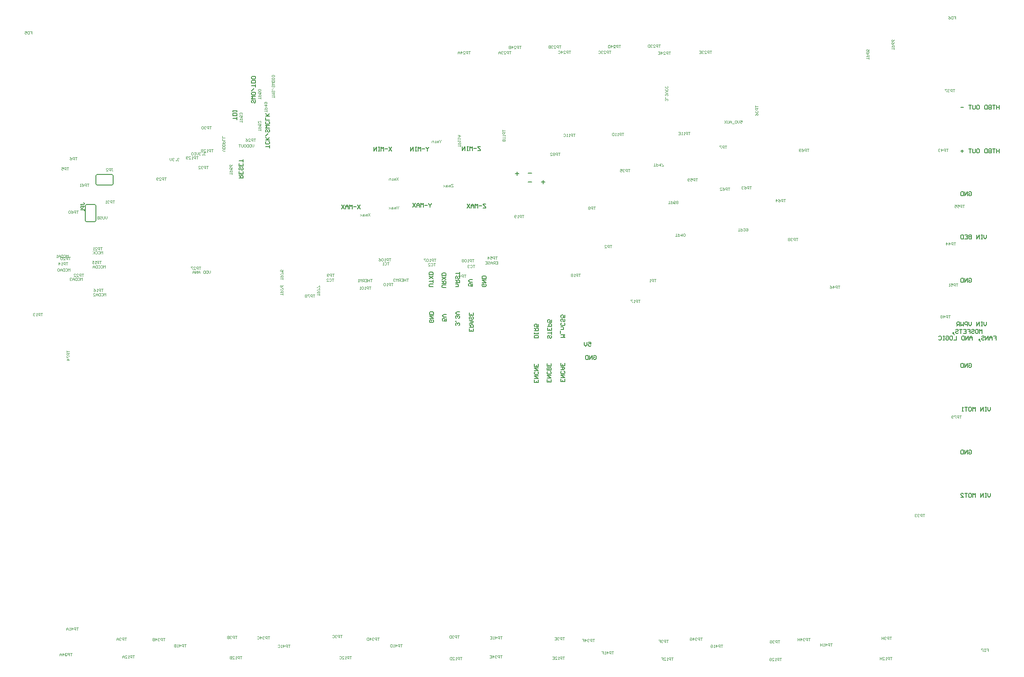
<source format=gbo>
G04*
G04 #@! TF.GenerationSoftware,Altium Limited,Altium Designer,19.1.8 (144)*
G04*
G04 Layer_Color=32896*
%FSLAX25Y25*%
%MOIN*%
G70*
G01*
G75*
%ADD17C,0.00400*%
%ADD18C,0.00500*%
%ADD24C,0.00600*%
G54D17*
X269766Y57314D02*
X271099D01*
Y55314D01*
X269766D01*
X271099Y56314D02*
X270433D01*
X269100Y55314D02*
Y57314D01*
X268100D01*
X267767Y56980D01*
Y56314D01*
X268100Y55981D01*
X269100D01*
X268433D02*
X267767Y55314D01*
X267100D02*
Y56647D01*
X266434Y57314D01*
X265768Y56647D01*
Y55314D01*
Y56314D01*
X267100D01*
X263768Y56980D02*
X264101Y57314D01*
X264768D01*
X265101Y56980D01*
Y56647D01*
X264768Y56314D01*
X264101D01*
X263768Y55981D01*
Y55647D01*
X264101Y55314D01*
X264768D01*
X265101Y55647D01*
X261769Y57314D02*
X263102D01*
Y55314D01*
X261769D01*
X263102Y56314D02*
X262435D01*
X54301Y50316D02*
Y48983D01*
X53634Y48317D01*
X52968Y48983D01*
Y50316D01*
X52302D02*
Y48317D01*
X51302D01*
X50969Y48650D01*
Y49983D01*
X51302Y50316D01*
X52302D01*
X50302D02*
Y48317D01*
X49302D01*
X48969Y48650D01*
Y49983D01*
X49302Y50316D01*
X50302D01*
X46303Y48317D02*
Y49650D01*
X45637Y50316D01*
X44971Y49650D01*
Y48317D01*
Y49316D01*
X46303D01*
X44304Y48317D02*
Y50316D01*
X42971Y48317D01*
Y50316D01*
X42305Y48317D02*
Y49650D01*
X41638Y50316D01*
X40972Y49650D01*
Y48317D01*
Y49316D01*
X42305D01*
X398917Y178700D02*
X399250Y179033D01*
Y179700D01*
X398917Y180033D01*
X398584D01*
X398251Y179700D01*
Y179367D01*
Y179700D01*
X397918Y180033D01*
X397584D01*
X397251Y179700D01*
Y179033D01*
X397584Y178700D01*
X397251Y180700D02*
X397584D01*
Y181033D01*
X397251D01*
Y180700D01*
X398917Y182366D02*
X399250Y182699D01*
Y183365D01*
X398917Y183699D01*
X398584D01*
X398251Y183365D01*
Y183032D01*
Y183365D01*
X397918Y183699D01*
X397584D01*
X397251Y183365D01*
Y182699D01*
X397584Y182366D01*
X399250Y184365D02*
X397918D01*
X397251Y185031D01*
X397918Y185698D01*
X399250D01*
X398917Y187697D02*
X399250Y187364D01*
Y186698D01*
X398917Y186364D01*
X397584D01*
X397251Y186698D01*
Y187364D01*
X397584Y187697D01*
X398917Y189697D02*
X399250Y189363D01*
Y188697D01*
X398917Y188364D01*
X397584D01*
X397251Y188697D01*
Y189363D01*
X397584Y189697D01*
X454019Y163426D02*
X455352D01*
Y162426D01*
X454686Y162759D01*
X454352D01*
X454019Y162426D01*
Y161759D01*
X454352Y161426D01*
X455019D01*
X455352Y161759D01*
X453353Y163426D02*
Y162093D01*
X452686Y161426D01*
X452020Y162093D01*
Y163426D01*
X451353Y163092D02*
X451020Y163426D01*
X450354D01*
X450021Y163092D01*
Y161759D01*
X450354Y161426D01*
X451020D01*
X451353Y161759D01*
Y163092D01*
X449354Y161093D02*
X448021D01*
X447355Y161426D02*
Y162759D01*
X446688Y163426D01*
X446022Y162759D01*
Y161426D01*
Y162426D01*
X447355D01*
X445355Y163426D02*
Y161759D01*
X445022Y161426D01*
X444356D01*
X444023Y161759D01*
Y163426D01*
X443356D02*
X442023Y161426D01*
Y163426D02*
X443356Y161426D01*
X253809Y54647D02*
X252476D01*
X253142D01*
Y52648D01*
X250477Y54314D02*
X250810Y54647D01*
X251476D01*
X251809Y54314D01*
Y52981D01*
X251476Y52648D01*
X250810D01*
X250477Y52981D01*
X249810Y54314D02*
X249477Y54647D01*
X248810D01*
X248477Y54314D01*
Y53980D01*
X248810Y53647D01*
X249144D01*
X248810D01*
X248477Y53314D01*
Y52981D01*
X248810Y52648D01*
X249477D01*
X249810Y52981D01*
X188897Y56679D02*
X187564D01*
X188231D01*
Y54680D01*
X185565Y56346D02*
X185898Y56679D01*
X186565D01*
X186898Y56346D01*
Y55013D01*
X186565Y54680D01*
X185898D01*
X185565Y55013D01*
X184898Y54680D02*
X184232D01*
X184565D01*
Y56679D01*
X184898Y56346D01*
X224183Y56025D02*
X222850D01*
X223516D01*
Y54026D01*
X220850Y55692D02*
X221184Y56025D01*
X221850D01*
X222183Y55692D01*
Y54359D01*
X221850Y54026D01*
X221184D01*
X220850Y54359D01*
X218851Y54026D02*
X220184D01*
X218851Y55358D01*
Y55692D01*
X219184Y56025D01*
X219851D01*
X220184Y55692D01*
X176339Y43887D02*
X175006D01*
X175673D01*
Y41888D01*
X174340Y43887D02*
Y41888D01*
Y42888D01*
X173007D01*
Y43887D01*
Y41888D01*
X171007Y43887D02*
X172340D01*
Y41888D01*
X171007D01*
X172340Y42888D02*
X171674D01*
X170341Y41888D02*
Y43887D01*
X169341D01*
X169008Y43554D01*
Y42888D01*
X169341Y42555D01*
X170341D01*
X169675D02*
X169008Y41888D01*
X168342D02*
Y43887D01*
X167675Y43221D01*
X167009Y43887D01*
Y41888D01*
X166342D02*
X165676D01*
X166009D01*
Y43887D01*
X166342Y43554D01*
X147411Y44115D02*
X146078D01*
X146745D01*
Y42116D01*
X144079Y43782D02*
X144412Y44115D01*
X145079D01*
X145412Y43782D01*
Y42449D01*
X145079Y42116D01*
X144412D01*
X144079Y42449D01*
X142079Y42116D02*
X143412D01*
X142079Y43449D01*
Y43782D01*
X142413Y44115D01*
X143079D01*
X143412Y43782D01*
X203795Y44355D02*
X202462D01*
X203129D01*
Y42356D01*
X201796Y44355D02*
Y42356D01*
Y43356D01*
X200463D01*
Y44355D01*
Y42356D01*
X198463Y44355D02*
X199796D01*
Y42356D01*
X198463D01*
X199796Y43356D02*
X199130D01*
X197797Y42356D02*
Y44355D01*
X196797D01*
X196464Y44022D01*
Y43356D01*
X196797Y43023D01*
X197797D01*
X197131D02*
X196464Y42356D01*
X195798D02*
Y44355D01*
X195131Y43689D01*
X194465Y44355D01*
Y42356D01*
X193798Y44022D02*
X193465Y44355D01*
X192799D01*
X192465Y44022D01*
Y43689D01*
X192799Y43356D01*
X193132D01*
X192799D01*
X192465Y43023D01*
Y42689D01*
X192799Y42356D01*
X193465D01*
X193798Y42689D01*
X-23679Y91340D02*
Y90007D01*
X-24346Y89340D01*
X-25012Y90007D01*
Y91340D01*
X-25679D02*
Y89674D01*
X-26012Y89340D01*
X-26678D01*
X-27012Y89674D01*
Y91340D01*
X-29011Y91006D02*
X-28678Y91340D01*
X-28011D01*
X-27678Y91006D01*
Y90673D01*
X-28011Y90340D01*
X-28678D01*
X-29011Y90007D01*
Y89674D01*
X-28678Y89340D01*
X-28011D01*
X-27678Y89674D01*
X-29678Y91340D02*
Y89340D01*
X-30677D01*
X-31010Y89674D01*
Y90007D01*
X-30677Y90340D01*
X-29678D01*
X-30677D01*
X-31010Y90673D01*
Y91006D01*
X-30677Y91340D01*
X-29678D01*
X-26900Y62982D02*
Y64982D01*
X-27566Y64315D01*
X-28233Y64982D01*
Y62982D01*
X-30232Y64648D02*
X-29899Y64982D01*
X-29232D01*
X-28899Y64648D01*
Y63315D01*
X-29232Y62982D01*
X-29899D01*
X-30232Y63315D01*
X-32232Y64648D02*
X-31898Y64982D01*
X-31232D01*
X-30899Y64648D01*
Y63315D01*
X-31232Y62982D01*
X-31898D01*
X-32232Y63315D01*
X-32898Y64982D02*
Y62982D01*
Y63649D01*
X-34231Y64982D01*
X-33231Y63982D01*
X-34231Y62982D01*
X-25030Y52254D02*
Y54253D01*
X-25696Y53587D01*
X-26363Y54253D01*
Y52254D01*
X-28362Y53920D02*
X-28029Y54253D01*
X-27362D01*
X-27029Y53920D01*
Y52587D01*
X-27362Y52254D01*
X-28029D01*
X-28362Y52587D01*
X-30362Y53920D02*
X-30028Y54253D01*
X-29362D01*
X-29029Y53920D01*
Y52587D01*
X-29362Y52254D01*
X-30028D01*
X-30362Y52587D01*
X-31028Y54253D02*
Y52254D01*
X-32028D01*
X-32361Y52587D01*
Y53920D01*
X-32028Y54253D01*
X-31028D01*
X-33027Y52254D02*
Y53587D01*
X-33694Y54253D01*
X-34360Y53587D01*
Y52254D01*
Y53254D01*
X-33027D01*
X-53081Y60128D02*
Y62127D01*
X-53747Y61461D01*
X-54414Y62127D01*
Y60128D01*
X-56413Y61794D02*
X-56080Y62127D01*
X-55414D01*
X-55080Y61794D01*
Y60461D01*
X-55414Y60128D01*
X-56080D01*
X-56413Y60461D01*
X-57080Y62127D02*
Y60128D01*
X-58079D01*
X-58413Y60461D01*
Y61794D01*
X-58079Y62127D01*
X-57080D01*
X-59079Y60128D02*
Y61461D01*
X-59746Y62127D01*
X-60412Y61461D01*
Y60128D01*
Y61128D01*
X-59079D01*
X-61079Y60128D02*
X-61745D01*
X-61412D01*
Y62127D01*
X-61079Y61794D01*
X-51605Y49793D02*
Y51793D01*
X-52271Y51126D01*
X-52938Y51793D01*
Y49793D01*
X-54937Y51459D02*
X-54604Y51793D01*
X-53937D01*
X-53604Y51459D01*
Y50126D01*
X-53937Y49793D01*
X-54604D01*
X-54937Y50126D01*
X-55603Y51793D02*
Y49793D01*
X-56603D01*
X-56936Y50126D01*
Y51459D01*
X-56603Y51793D01*
X-55603D01*
X-57603Y49793D02*
Y51126D01*
X-58269Y51793D01*
X-58936Y51126D01*
Y49793D01*
Y50793D01*
X-57603D01*
X-59602Y51459D02*
X-59935Y51793D01*
X-60602D01*
X-60935Y51459D01*
Y50126D01*
X-60602Y49793D01*
X-59935D01*
X-59602Y50126D01*
Y51459D01*
X-42254Y42805D02*
Y44804D01*
X-42921Y44138D01*
X-43587Y44804D01*
Y42805D01*
X-45586Y44471D02*
X-45253Y44804D01*
X-44587D01*
X-44254Y44471D01*
Y43138D01*
X-44587Y42805D01*
X-45253D01*
X-45586Y43138D01*
X-46253Y44804D02*
Y42805D01*
X-47253D01*
X-47586Y43138D01*
Y44471D01*
X-47253Y44804D01*
X-46253D01*
X-48252Y42805D02*
Y44138D01*
X-48919Y44804D01*
X-49585Y44138D01*
Y42805D01*
Y43805D01*
X-48252D01*
X-50252Y44471D02*
X-50585Y44804D01*
X-51251D01*
X-51585Y44471D01*
Y44138D01*
X-51251Y43805D01*
X-50918D01*
X-51251D01*
X-51585Y43471D01*
Y43138D01*
X-51251Y42805D01*
X-50585D01*
X-50252Y43138D01*
X-24636Y31289D02*
Y33289D01*
X-25303Y32622D01*
X-25969Y33289D01*
Y31289D01*
X-27968Y32955D02*
X-27635Y33289D01*
X-26969D01*
X-26636Y32955D01*
Y31622D01*
X-26969Y31289D01*
X-27635D01*
X-27968Y31622D01*
X-28635Y33289D02*
Y31289D01*
X-29635D01*
X-29968Y31622D01*
Y32955D01*
X-29635Y33289D01*
X-28635D01*
X-30634Y31289D02*
Y32622D01*
X-31301Y33289D01*
X-31967Y32622D01*
Y31289D01*
Y32289D01*
X-30634D01*
X-33966Y31289D02*
X-32634D01*
X-33966Y32622D01*
Y32955D01*
X-33633Y33289D01*
X-32967D01*
X-32634Y32955D01*
X30643Y135002D02*
X30310Y135335D01*
X29644D01*
X29310Y135002D01*
Y134669D01*
X29644Y134335D01*
X29977D01*
X29644D01*
X29310Y134002D01*
Y133669D01*
X29644Y133336D01*
X30310D01*
X30643Y133669D01*
X28644Y133336D02*
Y133669D01*
X28311D01*
Y133336D01*
X28644D01*
X26978Y135002D02*
X26645Y135335D01*
X25978D01*
X25645Y135002D01*
Y134669D01*
X25978Y134335D01*
X26311D01*
X25978D01*
X25645Y134002D01*
Y133669D01*
X25978Y133336D01*
X26645D01*
X26978Y133669D01*
X24979Y135335D02*
Y134002D01*
X24312Y133336D01*
X23646Y134002D01*
Y135335D01*
X50828Y139136D02*
X50495Y139470D01*
X49829D01*
X49496Y139136D01*
Y138803D01*
X49829Y138470D01*
X50162D01*
X49829D01*
X49496Y138137D01*
Y137803D01*
X49829Y137470D01*
X50495D01*
X50828Y137803D01*
X48829Y137470D02*
Y137803D01*
X48496D01*
Y137470D01*
X48829D01*
X47163Y139136D02*
X46830Y139470D01*
X46163D01*
X45830Y139136D01*
Y138803D01*
X46163Y138470D01*
X46496D01*
X46163D01*
X45830Y138137D01*
Y137803D01*
X46163Y137470D01*
X46830D01*
X47163Y137803D01*
X45164Y139470D02*
Y138137D01*
X44497Y137470D01*
X43831Y138137D01*
Y139470D01*
X43164D02*
X42498D01*
X42831D01*
Y137470D01*
X43164D01*
X42498D01*
X40498Y139470D02*
X41165D01*
X41498Y139136D01*
Y137803D01*
X41165Y137470D01*
X40498D01*
X40165Y137803D01*
Y139136D01*
X40498Y139470D01*
X65426Y140620D02*
X64093D01*
X63427Y141286D01*
X64093Y141953D01*
X65426D01*
Y142619D02*
X63427D01*
Y143619D01*
X63760Y143952D01*
X65093D01*
X65426Y143619D01*
Y142619D01*
Y144619D02*
X63427D01*
Y145618D01*
X63760Y145951D01*
X65093D01*
X65426Y145618D01*
Y144619D01*
X63427Y146618D02*
X65426D01*
Y147618D01*
X65093Y147951D01*
X64426D01*
X64093Y147618D01*
Y146618D01*
X65426Y148617D02*
X63427D01*
Y149950D01*
X65426Y150617D02*
X63427D01*
Y151950D01*
X87107Y145443D02*
Y144111D01*
X86441Y143444D01*
X85774Y144111D01*
Y145443D01*
X85108D02*
Y143444D01*
X84108D01*
X83775Y143777D01*
Y145110D01*
X84108Y145443D01*
X85108D01*
X83108D02*
Y143444D01*
X82109D01*
X81775Y143777D01*
Y145110D01*
X82109Y145443D01*
X83108D01*
X80109D02*
X80776D01*
X81109Y145110D01*
Y143777D01*
X80776Y143444D01*
X80109D01*
X79776Y143777D01*
Y145110D01*
X80109Y145443D01*
X79110D02*
Y143777D01*
X78776Y143444D01*
X78110D01*
X77777Y143777D01*
Y145443D01*
X77110D02*
X75777D01*
X76444D01*
Y143444D01*
X237238Y115453D02*
X235905D01*
Y115120D01*
X237238Y113787D01*
Y113454D01*
X235905D01*
X235239D02*
Y114787D01*
X234905D01*
X234572Y114453D01*
Y113454D01*
Y114453D01*
X234239Y114787D01*
X233906Y114453D01*
Y113454D01*
X232906Y114787D02*
X232240D01*
X231906Y114453D01*
Y113454D01*
X232906D01*
X233239Y113787D01*
X232906Y114120D01*
X231906D01*
X231240Y114787D02*
X229907Y113454D01*
X230573Y114120D01*
X229907Y114787D01*
X231240Y113454D01*
X196427Y99037D02*
Y98703D01*
X195760Y98037D01*
X195094Y98703D01*
Y99037D01*
X195760Y98037D02*
Y97037D01*
X194428D02*
Y98370D01*
X194094D01*
X193761Y98037D01*
Y97037D01*
Y98037D01*
X193428Y98370D01*
X193095Y98037D01*
Y97037D01*
X192095Y98370D02*
X191428D01*
X191095Y98037D01*
Y97037D01*
X192095D01*
X192428Y97370D01*
X192095Y97704D01*
X191095D01*
X190429Y98370D02*
X189096Y97037D01*
X189762Y97704D01*
X189096Y98370D01*
X190429Y97037D01*
X228513Y148938D02*
Y148605D01*
X227847Y147939D01*
X227181Y148605D01*
Y148938D01*
X227847Y147939D02*
Y146939D01*
X226514D02*
Y148272D01*
X226181D01*
X225848Y147939D01*
Y146939D01*
Y147939D01*
X225514Y148272D01*
X225181Y147939D01*
Y146939D01*
X224515D02*
X223848D01*
X224182D01*
Y148272D01*
X224515D01*
X222849Y146939D02*
Y148272D01*
X221849D01*
X221516Y147939D01*
Y146939D01*
X174718Y93485D02*
X173385Y91486D01*
Y93485D02*
X174718Y91486D01*
X172718D02*
Y92819D01*
X172385D01*
X172052Y92485D01*
Y91486D01*
Y92485D01*
X171719Y92819D01*
X171386Y92485D01*
Y91486D01*
X170386Y92819D02*
X169719D01*
X169386Y92485D01*
Y91486D01*
X170386D01*
X170719Y91819D01*
X170386Y92152D01*
X169386D01*
X168720Y92819D02*
X167387Y91486D01*
X168053Y92152D01*
X167387Y92819D01*
X168720Y91486D01*
X195935Y120493D02*
X194602Y118494D01*
Y120493D02*
X195935Y118494D01*
X193935D02*
Y119827D01*
X193602D01*
X193269Y119494D01*
Y118494D01*
Y119494D01*
X192936Y119827D01*
X192602Y119494D01*
Y118494D01*
X191936D02*
X191270D01*
X191603D01*
Y119827D01*
X191936D01*
X190270Y118494D02*
Y119827D01*
X189270D01*
X188937Y119494D01*
Y118494D01*
X102834Y181040D02*
Y182373D01*
Y181707D01*
X100835D01*
Y183039D02*
X102834D01*
X102168Y183706D01*
X102834Y184372D01*
X100835D01*
X102501Y186372D02*
X102834Y186039D01*
Y185372D01*
X102501Y185039D01*
X102168D01*
X101835Y185372D01*
Y186039D01*
X101502Y186372D01*
X101168D01*
X100835Y186039D01*
Y185372D01*
X101168Y185039D01*
X100835Y187038D02*
X102168Y188371D01*
X102501Y190371D02*
X102834Y190037D01*
Y189371D01*
X102501Y189038D01*
X102168D01*
X101835Y189371D01*
Y190037D01*
X101502Y190371D01*
X101168D01*
X100835Y190037D01*
Y189371D01*
X101168Y189038D01*
X102834Y191037D02*
X100835D01*
X101502Y191703D01*
X100835Y192370D01*
X102834D01*
Y193036D02*
X100835D01*
Y194036D01*
X101168Y194369D01*
X102501D01*
X102834Y194036D01*
Y193036D01*
Y195036D02*
Y195702D01*
Y195369D01*
X100835D01*
Y195036D01*
Y195702D01*
X102834Y197701D02*
Y197035D01*
X102501Y196702D01*
X101168D01*
X100835Y197035D01*
Y197701D01*
X101168Y198035D01*
X102501D01*
X102834Y197701D01*
X639704Y-235119D02*
X641037D01*
Y-236118D01*
X640371D01*
X641037D01*
Y-237118D01*
X639038Y-235119D02*
Y-237118D01*
X638038D01*
X637705Y-236785D01*
Y-235452D01*
X638038Y-235119D01*
X639038D01*
X637038D02*
X635706D01*
Y-235452D01*
X637038Y-236785D01*
Y-237118D01*
X615104Y242381D02*
X616437D01*
Y241382D01*
X615771D01*
X616437D01*
Y240382D01*
X614438Y242381D02*
Y240382D01*
X613438D01*
X613105Y240715D01*
Y242048D01*
X613438Y242381D01*
X614438D01*
X611105D02*
X611772Y242048D01*
X612438Y241382D01*
Y240715D01*
X612105Y240382D01*
X611439D01*
X611105Y240715D01*
Y241049D01*
X611439Y241382D01*
X612438D01*
X-81696Y230881D02*
X-80363D01*
Y229882D01*
X-81029D01*
X-80363D01*
Y228882D01*
X-82362Y230881D02*
Y228882D01*
X-83362D01*
X-83695Y229215D01*
Y230548D01*
X-83362Y230881D01*
X-82362D01*
X-85695D02*
X-84362D01*
Y229882D01*
X-85028Y230215D01*
X-85361D01*
X-85695Y229882D01*
Y229215D01*
X-85361Y228882D01*
X-84695D01*
X-84362Y229215D01*
X401285Y215722D02*
X399952D01*
X400619D01*
Y213722D01*
X399286D02*
Y215722D01*
X398286D01*
X397953Y215388D01*
Y214722D01*
X398286Y214389D01*
X399286D01*
X395953Y213722D02*
X397286D01*
X395953Y215055D01*
Y215388D01*
X396287Y215722D01*
X396953D01*
X397286Y215388D01*
X394287Y213722D02*
Y215722D01*
X395287Y214722D01*
X393954D01*
X391955Y215722D02*
X393288D01*
Y213722D01*
X391955D01*
X393288Y214722D02*
X392621D01*
X363611Y220402D02*
X362278D01*
X362945D01*
Y218402D01*
X361612D02*
Y220402D01*
X360612D01*
X360279Y220068D01*
Y219402D01*
X360612Y219069D01*
X361612D01*
X358279Y218402D02*
X359612D01*
X358279Y219735D01*
Y220068D01*
X358613Y220402D01*
X359279D01*
X359612Y220068D01*
X356613Y218402D02*
Y220402D01*
X357613Y219402D01*
X356280D01*
X355614Y220402D02*
Y218402D01*
X354614D01*
X354281Y218735D01*
Y220068D01*
X354614Y220402D01*
X355614D01*
X326171Y216267D02*
X324838D01*
X325505D01*
Y214268D01*
X324172D02*
Y216267D01*
X323172D01*
X322839Y215934D01*
Y215268D01*
X323172Y214935D01*
X324172D01*
X320839Y214268D02*
X322172D01*
X320839Y215601D01*
Y215934D01*
X321173Y216267D01*
X321839D01*
X322172Y215934D01*
X319173Y214268D02*
Y216267D01*
X320173Y215268D01*
X318840D01*
X316841Y215934D02*
X317174Y216267D01*
X317840D01*
X318174Y215934D01*
Y214601D01*
X317840Y214268D01*
X317174D01*
X316841Y214601D01*
X288809Y219934D02*
X287476D01*
X288143D01*
Y217934D01*
X286810D02*
Y219934D01*
X285810D01*
X285477Y219600D01*
Y218934D01*
X285810Y218601D01*
X286810D01*
X283477Y217934D02*
X284810D01*
X283477Y219267D01*
Y219600D01*
X283811Y219934D01*
X284477D01*
X284810Y219600D01*
X281811Y217934D02*
Y219934D01*
X282811Y218934D01*
X281478D01*
X280812Y219934D02*
Y217934D01*
X279812D01*
X279479Y218267D01*
Y218601D01*
X279812Y218934D01*
X280812D01*
X279812D01*
X279479Y219267D01*
Y219600D01*
X279812Y219934D01*
X280812D01*
X250277Y215799D02*
X248944D01*
X249611D01*
Y213800D01*
X248278D02*
Y215799D01*
X247278D01*
X246945Y215466D01*
Y214800D01*
X247278Y214467D01*
X248278D01*
X244945Y213800D02*
X246278D01*
X244945Y215133D01*
Y215466D01*
X245279Y215799D01*
X245945D01*
X246278Y215466D01*
X243279Y213800D02*
Y215799D01*
X244279Y214800D01*
X242946D01*
X242280Y213800D02*
Y215133D01*
X241613Y215799D01*
X240947Y215133D01*
Y213800D01*
Y214800D01*
X242280D01*
X432329Y216111D02*
X430996D01*
X431663D01*
Y214112D01*
X430330D02*
Y216111D01*
X429330D01*
X428997Y215778D01*
Y215112D01*
X429330Y214779D01*
X430330D01*
X426998Y214112D02*
X428330D01*
X426998Y215445D01*
Y215778D01*
X427331Y216111D01*
X427997D01*
X428330Y215778D01*
X426331D02*
X425998Y216111D01*
X425331D01*
X424998Y215778D01*
Y215445D01*
X425331Y215112D01*
X425665D01*
X425331D01*
X424998Y214779D01*
Y214445D01*
X425331Y214112D01*
X425998D01*
X426331Y214445D01*
X422999Y216111D02*
X424332D01*
Y214112D01*
X422999D01*
X424332Y215112D02*
X423665D01*
X393719Y221025D02*
X392386D01*
X393053D01*
Y219026D01*
X391720D02*
Y221025D01*
X390720D01*
X390387Y220692D01*
Y220026D01*
X390720Y219693D01*
X391720D01*
X388387Y219026D02*
X389720D01*
X388387Y220359D01*
Y220692D01*
X388721Y221025D01*
X389387D01*
X389720Y220692D01*
X387721D02*
X387388Y221025D01*
X386721D01*
X386388Y220692D01*
Y220359D01*
X386721Y220026D01*
X387055D01*
X386721D01*
X386388Y219693D01*
Y219359D01*
X386721Y219026D01*
X387388D01*
X387721Y219359D01*
X385722Y221025D02*
Y219026D01*
X384722D01*
X384389Y219359D01*
Y220692D01*
X384722Y221025D01*
X385722D01*
X356513Y216190D02*
X355180D01*
X355847D01*
Y214190D01*
X354514D02*
Y216190D01*
X353514D01*
X353181Y215856D01*
Y215190D01*
X353514Y214857D01*
X354514D01*
X351181Y214190D02*
X352514D01*
X351181Y215523D01*
Y215856D01*
X351515Y216190D01*
X352181D01*
X352514Y215856D01*
X350515D02*
X350182Y216190D01*
X349515D01*
X349182Y215856D01*
Y215523D01*
X349515Y215190D01*
X349849D01*
X349515D01*
X349182Y214857D01*
Y214523D01*
X349515Y214190D01*
X350182D01*
X350515Y214523D01*
X347183Y215856D02*
X347516Y216190D01*
X348182D01*
X348516Y215856D01*
Y214523D01*
X348182Y214190D01*
X347516D01*
X347183Y214523D01*
X318683Y220246D02*
X317350D01*
X318017D01*
Y218246D01*
X316684D02*
Y220246D01*
X315684D01*
X315351Y219912D01*
Y219246D01*
X315684Y218913D01*
X316684D01*
X313351Y218246D02*
X314684D01*
X313351Y219579D01*
Y219912D01*
X313685Y220246D01*
X314351D01*
X314684Y219912D01*
X312685D02*
X312352Y220246D01*
X311685D01*
X311352Y219912D01*
Y219579D01*
X311685Y219246D01*
X312019D01*
X311685D01*
X311352Y218913D01*
Y218579D01*
X311685Y218246D01*
X312352D01*
X312685Y218579D01*
X310686Y220246D02*
Y218246D01*
X309686D01*
X309353Y218579D01*
Y218913D01*
X309686Y219246D01*
X310686D01*
X309686D01*
X309353Y219579D01*
Y219912D01*
X309686Y220246D01*
X310686D01*
X281087Y215955D02*
X279754D01*
X280421D01*
Y213956D01*
X279088D02*
Y215955D01*
X278088D01*
X277755Y215622D01*
Y214956D01*
X278088Y214623D01*
X279088D01*
X275756Y213956D02*
X277088D01*
X275756Y215289D01*
Y215622D01*
X276089Y215955D01*
X276755D01*
X277088Y215622D01*
X275089D02*
X274756Y215955D01*
X274089D01*
X273756Y215622D01*
Y215289D01*
X274089Y214956D01*
X274423D01*
X274089D01*
X273756Y214623D01*
Y214289D01*
X274089Y213956D01*
X274756D01*
X275089Y214289D01*
X273090Y213956D02*
Y215289D01*
X272423Y215955D01*
X271757Y215289D01*
Y213956D01*
Y214956D01*
X273090D01*
X416183Y154804D02*
X414850D01*
X415517D01*
Y152804D01*
X414184D02*
Y154804D01*
X413184D01*
X412851Y154470D01*
Y153804D01*
X413184Y153471D01*
X414184D01*
X412184Y152804D02*
X411518D01*
X411851D01*
Y154804D01*
X412184Y154470D01*
X410518Y152804D02*
X409852D01*
X410185D01*
Y154804D01*
X410518Y154470D01*
X407519Y154804D02*
X408852D01*
Y152804D01*
X407519D01*
X408852Y153804D02*
X408186D01*
X366185Y154102D02*
X364852D01*
X365519D01*
Y152102D01*
X364186D02*
Y154102D01*
X363186D01*
X362853Y153768D01*
Y153102D01*
X363186Y152769D01*
X364186D01*
X362186Y152102D02*
X361520D01*
X361853D01*
Y154102D01*
X362186Y153768D01*
X360520Y152102D02*
X359854D01*
X360187D01*
Y154102D01*
X360520Y153768D01*
X358854Y154102D02*
Y152102D01*
X357854D01*
X357521Y152435D01*
Y153768D01*
X357854Y154102D01*
X358854D01*
X329525Y153711D02*
X328192D01*
X328859D01*
Y151712D01*
X327526D02*
Y153711D01*
X326526D01*
X326193Y153378D01*
Y152712D01*
X326526Y152379D01*
X327526D01*
X325526Y151712D02*
X324860D01*
X325193D01*
Y153711D01*
X325526Y153378D01*
X323860Y151712D02*
X323194D01*
X323527D01*
Y153711D01*
X323860Y153378D01*
X320861D02*
X321194Y153711D01*
X321861D01*
X322194Y153378D01*
Y152045D01*
X321861Y151712D01*
X321194D01*
X320861Y152045D01*
X274649Y156534D02*
Y155201D01*
Y155868D01*
X276648D01*
Y154535D02*
X274649D01*
Y153535D01*
X274982Y153202D01*
X275648D01*
X275982Y153535D01*
Y154535D01*
X276648Y152535D02*
Y151869D01*
Y152202D01*
X274649D01*
X274982Y152535D01*
X276648Y150869D02*
Y150203D01*
Y150536D01*
X274649D01*
X274982Y150869D01*
X274649Y149203D02*
X276648D01*
Y148203D01*
X276315Y147870D01*
X275982D01*
X275648Y148203D01*
Y149203D01*
Y148203D01*
X275315Y147870D01*
X274982D01*
X274649Y148203D01*
Y149203D01*
X242884Y143859D02*
Y145192D01*
Y144525D01*
X240885D01*
Y145858D02*
X242884D01*
Y146858D01*
X242551Y147191D01*
X241884D01*
X241551Y146858D01*
Y145858D01*
X240885Y147858D02*
Y148524D01*
Y148191D01*
X242884D01*
X242551Y147858D01*
X240885Y149524D02*
Y150190D01*
Y149857D01*
X242884D01*
X242551Y149524D01*
X240885Y151190D02*
X242217D01*
X242884Y151856D01*
X242217Y152523D01*
X240885D01*
X241884D01*
Y151190D01*
X523537Y-231119D02*
X522204D01*
X522871D01*
Y-233118D01*
X521538D02*
Y-231119D01*
X520538D01*
X520205Y-231452D01*
Y-232118D01*
X520538Y-232452D01*
X521538D01*
X518539Y-233118D02*
Y-231119D01*
X519538Y-232118D01*
X518205D01*
X517539Y-233118D02*
X516873D01*
X517206D01*
Y-231119D01*
X517539Y-231452D01*
X515873Y-231119D02*
Y-233118D01*
Y-232118D01*
X514540D01*
Y-231119D01*
Y-233118D01*
X440837Y-232019D02*
X439504D01*
X440171D01*
Y-234018D01*
X438838D02*
Y-232019D01*
X437838D01*
X437505Y-232352D01*
Y-233018D01*
X437838Y-233351D01*
X438838D01*
X435839Y-234018D02*
Y-232019D01*
X436838Y-233018D01*
X435505D01*
X434839Y-234018D02*
X434172D01*
X434506D01*
Y-232019D01*
X434839Y-232352D01*
X431840D02*
X432173Y-232019D01*
X432840D01*
X433173Y-232352D01*
Y-233685D01*
X432840Y-234018D01*
X432173D01*
X431840Y-233685D01*
Y-233018D01*
X432506D01*
X358523Y-237128D02*
X357190D01*
X357857D01*
Y-239128D01*
X356524D02*
Y-237128D01*
X355524D01*
X355191Y-237462D01*
Y-238128D01*
X355524Y-238461D01*
X356524D01*
X353525Y-239128D02*
Y-237128D01*
X354524Y-238128D01*
X353191D01*
X352525Y-239128D02*
X351859D01*
X352192D01*
Y-237128D01*
X352525Y-237462D01*
X349526Y-237128D02*
X350859D01*
Y-238128D01*
X350192D01*
X350859D01*
Y-239128D01*
X274308Y-225758D02*
X272975D01*
X273641D01*
Y-227757D01*
X272308D02*
Y-225758D01*
X271309D01*
X270975Y-226091D01*
Y-226757D01*
X271309Y-227090D01*
X272308D01*
X269309Y-227757D02*
Y-225758D01*
X270309Y-226757D01*
X268976D01*
X268310Y-227757D02*
X267643D01*
X267976D01*
Y-225758D01*
X268310Y-226091D01*
X265311Y-225758D02*
X266644D01*
Y-227757D01*
X265311D01*
X266644Y-226757D02*
X265977D01*
X199043Y-231761D02*
X197710D01*
X198376D01*
Y-233761D01*
X197043D02*
Y-231761D01*
X196044D01*
X195711Y-232095D01*
Y-232761D01*
X196044Y-233094D01*
X197043D01*
X194044Y-233761D02*
Y-231761D01*
X195044Y-232761D01*
X193711D01*
X193045Y-233761D02*
X192378D01*
X192711D01*
Y-231761D01*
X193045Y-232095D01*
X191379Y-231761D02*
Y-233761D01*
X190379D01*
X190046Y-233427D01*
Y-232095D01*
X190379Y-231761D01*
X191379D01*
X114468Y-232225D02*
X113135D01*
X113802D01*
Y-234225D01*
X112469D02*
Y-232225D01*
X111469D01*
X111136Y-232558D01*
Y-233225D01*
X111469Y-233558D01*
X112469D01*
X109470Y-234225D02*
Y-232225D01*
X110470Y-233225D01*
X109137D01*
X108470Y-234225D02*
X107804D01*
X108137D01*
Y-232225D01*
X108470Y-232558D01*
X105471D02*
X105804Y-232225D01*
X106471D01*
X106804Y-232558D01*
Y-233891D01*
X106471Y-234225D01*
X105804D01*
X105471Y-233891D01*
X35927Y-231839D02*
X34595D01*
X35261D01*
Y-233839D01*
X33928D02*
Y-231839D01*
X32928D01*
X32595Y-232172D01*
Y-232839D01*
X32928Y-233172D01*
X33928D01*
X30929Y-233839D02*
Y-231839D01*
X31929Y-232839D01*
X30596D01*
X29929Y-233839D02*
X29263D01*
X29596D01*
Y-231839D01*
X29929Y-232172D01*
X28263Y-231839D02*
Y-233839D01*
X27264D01*
X26930Y-233505D01*
Y-233172D01*
X27264Y-232839D01*
X28263D01*
X27264D01*
X26930Y-232506D01*
Y-232172D01*
X27264Y-231839D01*
X28263D01*
X-45335Y-219125D02*
X-46668D01*
X-46002D01*
Y-221125D01*
X-47335D02*
Y-219125D01*
X-48334D01*
X-48667Y-219458D01*
Y-220125D01*
X-48334Y-220458D01*
X-47335D01*
X-50334Y-221125D02*
Y-219125D01*
X-49334Y-220125D01*
X-50667D01*
X-51333Y-221125D02*
X-52000D01*
X-51666D01*
Y-219125D01*
X-51333Y-219458D01*
X-52999Y-221125D02*
Y-219792D01*
X-53666Y-219125D01*
X-54332Y-219792D01*
Y-221125D01*
Y-220125D01*
X-52999D01*
X506837Y-227219D02*
X505504D01*
X506171D01*
Y-229218D01*
X504838D02*
Y-227219D01*
X503838D01*
X503505Y-227552D01*
Y-228218D01*
X503838Y-228552D01*
X504838D01*
X502838Y-227552D02*
X502505Y-227219D01*
X501839D01*
X501506Y-227552D01*
Y-227885D01*
X501839Y-228218D01*
X502172D01*
X501839D01*
X501506Y-228552D01*
Y-228885D01*
X501839Y-229218D01*
X502505D01*
X502838Y-228885D01*
X499839Y-229218D02*
Y-227219D01*
X500839Y-228218D01*
X499506D01*
X498840Y-227219D02*
Y-229218D01*
Y-228218D01*
X497507D01*
Y-227219D01*
Y-229218D01*
X425437Y-226919D02*
X424104D01*
X424771D01*
Y-228918D01*
X423438D02*
Y-226919D01*
X422438D01*
X422105Y-227252D01*
Y-227918D01*
X422438Y-228252D01*
X423438D01*
X421438Y-227252D02*
X421105Y-226919D01*
X420439D01*
X420106Y-227252D01*
Y-227585D01*
X420439Y-227918D01*
X420772D01*
X420439D01*
X420106Y-228252D01*
Y-228585D01*
X420439Y-228918D01*
X421105D01*
X421438Y-228585D01*
X418439Y-228918D02*
Y-226919D01*
X419439Y-227918D01*
X418106D01*
X416107Y-227252D02*
X416440Y-226919D01*
X417106D01*
X417440Y-227252D01*
Y-228585D01*
X417106Y-228918D01*
X416440D01*
X416107Y-228585D01*
Y-227918D01*
X416773D01*
X343937Y-227719D02*
X342604D01*
X343271D01*
Y-229718D01*
X341938D02*
Y-227719D01*
X340938D01*
X340605Y-228052D01*
Y-228718D01*
X340938Y-229051D01*
X341938D01*
X339938Y-228052D02*
X339605Y-227719D01*
X338939D01*
X338605Y-228052D01*
Y-228385D01*
X338939Y-228718D01*
X339272D01*
X338939D01*
X338605Y-229051D01*
Y-229385D01*
X338939Y-229718D01*
X339605D01*
X339938Y-229385D01*
X336939Y-229718D02*
Y-227719D01*
X337939Y-228718D01*
X336606D01*
X334607Y-227719D02*
X335940D01*
Y-228718D01*
X335273D01*
X335940D01*
Y-229718D01*
X274289Y-239983D02*
X272956D01*
X273622D01*
Y-241983D01*
X272289D02*
Y-239983D01*
X271290D01*
X270956Y-240317D01*
Y-240983D01*
X271290Y-241316D01*
X272289D01*
X270290Y-240317D02*
X269957Y-239983D01*
X269290D01*
X268957Y-240317D01*
Y-240650D01*
X269290Y-240983D01*
X269624D01*
X269290D01*
X268957Y-241316D01*
Y-241650D01*
X269290Y-241983D01*
X269957D01*
X270290Y-241650D01*
X267291Y-241983D02*
Y-239983D01*
X268291Y-240983D01*
X266958D01*
X264959Y-239983D02*
X266291D01*
Y-241983D01*
X264959D01*
X266291Y-240983D02*
X265625D01*
X181744Y-226643D02*
X180411D01*
X181077D01*
Y-228643D01*
X179745D02*
Y-226643D01*
X178745D01*
X178412Y-226976D01*
Y-227643D01*
X178745Y-227976D01*
X179745D01*
X177745Y-226976D02*
X177412Y-226643D01*
X176745D01*
X176412Y-226976D01*
Y-227310D01*
X176745Y-227643D01*
X177079D01*
X176745D01*
X176412Y-227976D01*
Y-228309D01*
X176745Y-228643D01*
X177412D01*
X177745Y-228309D01*
X174746Y-228643D02*
Y-226643D01*
X175746Y-227643D01*
X174413D01*
X173747Y-226643D02*
Y-228643D01*
X172747D01*
X172414Y-228309D01*
Y-226976D01*
X172747Y-226643D01*
X173747D01*
X98927Y-225859D02*
X97594D01*
X98261D01*
Y-227858D01*
X96928D02*
Y-225859D01*
X95928D01*
X95595Y-226192D01*
Y-226859D01*
X95928Y-227192D01*
X96928D01*
X94929Y-226192D02*
X94595Y-225859D01*
X93929D01*
X93596Y-226192D01*
Y-226525D01*
X93929Y-226859D01*
X94262D01*
X93929D01*
X93596Y-227192D01*
Y-227525D01*
X93929Y-227858D01*
X94595D01*
X94929Y-227525D01*
X91930Y-227858D02*
Y-225859D01*
X92929Y-226859D01*
X91597D01*
X89597Y-226192D02*
X89930Y-225859D01*
X90597D01*
X90930Y-226192D01*
Y-227525D01*
X90597Y-227858D01*
X89930D01*
X89597Y-227525D01*
X19940Y-226955D02*
X18608D01*
X19274D01*
Y-228955D01*
X17941D02*
Y-226955D01*
X16941D01*
X16608Y-227288D01*
Y-227955D01*
X16941Y-228288D01*
X17941D01*
X15942Y-227288D02*
X15609Y-226955D01*
X14942D01*
X14609Y-227288D01*
Y-227622D01*
X14942Y-227955D01*
X15275D01*
X14942D01*
X14609Y-228288D01*
Y-228621D01*
X14942Y-228955D01*
X15609D01*
X15942Y-228621D01*
X12943Y-228955D02*
Y-226955D01*
X13942Y-227955D01*
X12610D01*
X11943Y-226955D02*
Y-228955D01*
X10943D01*
X10610Y-228621D01*
Y-228288D01*
X10943Y-227955D01*
X11943D01*
X10943D01*
X10610Y-227622D01*
Y-227288D01*
X10943Y-226955D01*
X11943D01*
X-49800Y-238265D02*
X-51133D01*
X-50467D01*
Y-240265D01*
X-51799D02*
Y-238265D01*
X-52799D01*
X-53132Y-238598D01*
Y-239265D01*
X-52799Y-239598D01*
X-51799D01*
X-53799Y-238598D02*
X-54132Y-238265D01*
X-54799D01*
X-55132Y-238598D01*
Y-238932D01*
X-54799Y-239265D01*
X-54465D01*
X-54799D01*
X-55132Y-239598D01*
Y-239931D01*
X-54799Y-240265D01*
X-54132D01*
X-53799Y-239931D01*
X-56798Y-240265D02*
Y-238265D01*
X-55798Y-239265D01*
X-57131D01*
X-57797Y-240265D02*
Y-238932D01*
X-58464Y-238265D01*
X-59130Y-238932D01*
Y-240265D01*
Y-239265D01*
X-57797D01*
X568178Y-225941D02*
X566845D01*
X567512D01*
Y-227941D01*
X566179D02*
Y-225941D01*
X565179D01*
X564846Y-226274D01*
Y-226941D01*
X565179Y-227274D01*
X566179D01*
X564180Y-226274D02*
X563846Y-225941D01*
X563180D01*
X562847Y-226274D01*
Y-226608D01*
X563180Y-226941D01*
X563513D01*
X563180D01*
X562847Y-227274D01*
Y-227607D01*
X563180Y-227941D01*
X563846D01*
X564180Y-227607D01*
X562180Y-225941D02*
Y-227941D01*
Y-226941D01*
X560847D01*
Y-225941D01*
Y-227941D01*
X483704Y-228905D02*
X482371D01*
X483038D01*
Y-230905D01*
X481705D02*
Y-228905D01*
X480705D01*
X480372Y-229238D01*
Y-229905D01*
X480705Y-230238D01*
X481705D01*
X479706Y-229238D02*
X479372Y-228905D01*
X478706D01*
X478373Y-229238D01*
Y-229572D01*
X478706Y-229905D01*
X479039D01*
X478706D01*
X478373Y-230238D01*
Y-230571D01*
X478706Y-230905D01*
X479372D01*
X479706Y-230571D01*
X476373Y-229238D02*
X476707Y-228905D01*
X477373D01*
X477706Y-229238D01*
Y-230571D01*
X477373Y-230905D01*
X476707D01*
X476373Y-230571D01*
Y-229905D01*
X477040D01*
X399854Y-228515D02*
X398521D01*
X399188D01*
Y-230515D01*
X397855D02*
Y-228515D01*
X396855D01*
X396522Y-228848D01*
Y-229515D01*
X396855Y-229848D01*
X397855D01*
X395856Y-228848D02*
X395522Y-228515D01*
X394856D01*
X394523Y-228848D01*
Y-229182D01*
X394856Y-229515D01*
X395189D01*
X394856D01*
X394523Y-229848D01*
Y-230181D01*
X394856Y-230515D01*
X395522D01*
X395856Y-230181D01*
X392523Y-228515D02*
X393856D01*
Y-229515D01*
X393190D01*
X393856D01*
Y-230515D01*
X321264Y-226568D02*
X319931D01*
X320597D01*
Y-228567D01*
X319265D02*
Y-226568D01*
X318265D01*
X317932Y-226901D01*
Y-227567D01*
X318265Y-227900D01*
X319265D01*
X317265Y-226901D02*
X316932Y-226568D01*
X316266D01*
X315932Y-226901D01*
Y-227234D01*
X316266Y-227567D01*
X316599D01*
X316266D01*
X315932Y-227900D01*
Y-228234D01*
X316266Y-228567D01*
X316932D01*
X317265Y-228234D01*
X313933Y-226568D02*
X315266D01*
Y-228567D01*
X313933D01*
X315266Y-227567D02*
X314599D01*
X241965Y-225161D02*
X240632D01*
X241299D01*
Y-227161D01*
X239966D02*
Y-225161D01*
X238966D01*
X238633Y-225494D01*
Y-226161D01*
X238966Y-226494D01*
X239966D01*
X237966Y-225494D02*
X237633Y-225161D01*
X236967D01*
X236633Y-225494D01*
Y-225828D01*
X236967Y-226161D01*
X237300D01*
X236967D01*
X236633Y-226494D01*
Y-226827D01*
X236967Y-227161D01*
X237633D01*
X237966Y-226827D01*
X235967Y-225161D02*
Y-227161D01*
X234967D01*
X234634Y-226827D01*
Y-225494D01*
X234967Y-225161D01*
X235967D01*
X153568Y-224767D02*
X152236D01*
X152902D01*
Y-226766D01*
X151569D02*
Y-224767D01*
X150569D01*
X150236Y-225100D01*
Y-225767D01*
X150569Y-226100D01*
X151569D01*
X149570Y-225100D02*
X149237Y-224767D01*
X148570D01*
X148237Y-225100D01*
Y-225433D01*
X148570Y-225767D01*
X148903D01*
X148570D01*
X148237Y-226100D01*
Y-226433D01*
X148570Y-226766D01*
X149237D01*
X149570Y-226433D01*
X146238Y-225100D02*
X146571Y-224767D01*
X147237D01*
X147570Y-225100D01*
Y-226433D01*
X147237Y-226766D01*
X146571D01*
X146238Y-226433D01*
X74248Y-225395D02*
X72915D01*
X73581D01*
Y-227395D01*
X72248D02*
Y-225395D01*
X71249D01*
X70915Y-225728D01*
Y-226395D01*
X71249Y-226728D01*
X72248D01*
X70249Y-225728D02*
X69916Y-225395D01*
X69249D01*
X68916Y-225728D01*
Y-226062D01*
X69249Y-226395D01*
X69582D01*
X69249D01*
X68916Y-226728D01*
Y-227061D01*
X69249Y-227395D01*
X69916D01*
X70249Y-227061D01*
X68250Y-225395D02*
Y-227395D01*
X67250D01*
X66917Y-227061D01*
Y-226728D01*
X67250Y-226395D01*
X68250D01*
X67250D01*
X66917Y-226062D01*
Y-225728D01*
X67250Y-225395D01*
X68250D01*
X-8987Y-226643D02*
X-10320D01*
X-9653D01*
Y-228643D01*
X-10986D02*
Y-226643D01*
X-11986D01*
X-12319Y-226976D01*
Y-227643D01*
X-11986Y-227976D01*
X-10986D01*
X-12986Y-226976D02*
X-13319Y-226643D01*
X-13985D01*
X-14319Y-226976D01*
Y-227310D01*
X-13985Y-227643D01*
X-13652D01*
X-13985D01*
X-14319Y-227976D01*
Y-228309D01*
X-13985Y-228643D01*
X-13319D01*
X-12986Y-228309D01*
X-14985Y-228643D02*
Y-227310D01*
X-15652Y-226643D01*
X-16318Y-227310D01*
Y-228643D01*
Y-227643D01*
X-14985D01*
X593171Y-133406D02*
X591838D01*
X592505D01*
Y-135406D01*
X591172D02*
Y-133406D01*
X590172D01*
X589839Y-133740D01*
Y-134406D01*
X590172Y-134739D01*
X591172D01*
X589172Y-133740D02*
X588839Y-133406D01*
X588173D01*
X587840Y-133740D01*
Y-134073D01*
X588173Y-134406D01*
X588506D01*
X588173D01*
X587840Y-134739D01*
Y-135073D01*
X588173Y-135406D01*
X588839D01*
X589172Y-135073D01*
X587173Y-133740D02*
X586840Y-133406D01*
X586173D01*
X585840Y-133740D01*
Y-134073D01*
X586173Y-134406D01*
X586507D01*
X586173D01*
X585840Y-134739D01*
Y-135073D01*
X586173Y-135406D01*
X586840D01*
X587173Y-135073D01*
X618030Y40612D02*
X616697D01*
X617363D01*
Y38613D01*
X616030D02*
Y40612D01*
X615031D01*
X614697Y40279D01*
Y39612D01*
X615031Y39279D01*
X616030D01*
X612698Y40612D02*
X614031D01*
Y39612D01*
X613365Y39946D01*
X613031D01*
X612698Y39612D01*
Y38946D01*
X613031Y38613D01*
X613698D01*
X614031Y38946D01*
X612032Y38613D02*
X611365D01*
X611698D01*
Y40612D01*
X612032Y40279D01*
X568332Y-241513D02*
X566999D01*
X567665D01*
Y-243512D01*
X566332D02*
Y-241513D01*
X565333D01*
X564999Y-241846D01*
Y-242512D01*
X565333Y-242846D01*
X566332D01*
X564333Y-243512D02*
X563667D01*
X564000D01*
Y-241513D01*
X564333Y-241846D01*
X561334Y-243512D02*
X562667D01*
X561334Y-242179D01*
Y-241846D01*
X561667Y-241513D01*
X562334D01*
X562667Y-241846D01*
X560668Y-241513D02*
Y-243512D01*
Y-242512D01*
X559335D01*
Y-241513D01*
Y-243512D01*
X484950Y-242059D02*
X483617D01*
X484283D01*
Y-244058D01*
X482950D02*
Y-242059D01*
X481951D01*
X481617Y-242392D01*
Y-243058D01*
X481951Y-243392D01*
X482950D01*
X480951Y-244058D02*
X480285D01*
X480618D01*
Y-242059D01*
X480951Y-242392D01*
X477952Y-244058D02*
X479285D01*
X477952Y-242725D01*
Y-242392D01*
X478285Y-242059D01*
X478952D01*
X479285Y-242392D01*
X475953D02*
X476286Y-242059D01*
X476952D01*
X477286Y-242392D01*
Y-243725D01*
X476952Y-244058D01*
X476286D01*
X475953Y-243725D01*
Y-243058D01*
X476619D01*
X403284Y-241669D02*
X401951D01*
X402617D01*
Y-243668D01*
X401284D02*
Y-241669D01*
X400285D01*
X399952Y-242002D01*
Y-242669D01*
X400285Y-243002D01*
X401284D01*
X399285Y-243668D02*
X398619D01*
X398952D01*
Y-241669D01*
X399285Y-242002D01*
X396286Y-243668D02*
X397619D01*
X396286Y-242335D01*
Y-242002D01*
X396619Y-241669D01*
X397286D01*
X397619Y-242002D01*
X394287Y-241669D02*
X395620D01*
Y-242669D01*
X394953D01*
X395620D01*
Y-243668D01*
X321339Y-240969D02*
X320006D01*
X320673D01*
Y-242968D01*
X319340D02*
Y-240969D01*
X318340D01*
X318007Y-241302D01*
Y-241969D01*
X318340Y-242302D01*
X319340D01*
X317341Y-242968D02*
X316674D01*
X317007D01*
Y-240969D01*
X317341Y-241302D01*
X314342Y-242968D02*
X315674D01*
X314342Y-241636D01*
Y-241302D01*
X314675Y-240969D01*
X315341D01*
X315674Y-241302D01*
X312342Y-240969D02*
X313675D01*
Y-242968D01*
X312342D01*
X313675Y-241969D02*
X313009D01*
X244146Y-241279D02*
X242813D01*
X243480D01*
Y-243278D01*
X242147D02*
Y-241279D01*
X241147D01*
X240814Y-241612D01*
Y-242279D01*
X241147Y-242612D01*
X242147D01*
X240148Y-243278D02*
X239481D01*
X239814D01*
Y-241279D01*
X240148Y-241612D01*
X237149Y-243278D02*
X238482D01*
X237149Y-241945D01*
Y-241612D01*
X237482Y-241279D01*
X238148D01*
X238482Y-241612D01*
X236482Y-241279D02*
Y-243278D01*
X235483D01*
X235149Y-242945D01*
Y-241612D01*
X235483Y-241279D01*
X236482D01*
X160586Y-240807D02*
X159253D01*
X159920D01*
Y-242806D01*
X158587D02*
Y-240807D01*
X157587D01*
X157254Y-241140D01*
Y-241806D01*
X157587Y-242140D01*
X158587D01*
X156587Y-242806D02*
X155921D01*
X156254D01*
Y-240807D01*
X156587Y-241140D01*
X153588Y-242806D02*
X154921D01*
X153588Y-241473D01*
Y-241140D01*
X153921Y-240807D01*
X154588D01*
X154921Y-241140D01*
X151589D02*
X151922Y-240807D01*
X152589D01*
X152922Y-241140D01*
Y-242473D01*
X152589Y-242806D01*
X151922D01*
X151589Y-242473D01*
X78067Y-240889D02*
X76734D01*
X77401D01*
Y-242888D01*
X76068D02*
Y-240889D01*
X75068D01*
X74735Y-241222D01*
Y-241888D01*
X75068Y-242222D01*
X76068D01*
X74068Y-242888D02*
X73402D01*
X73735D01*
Y-240889D01*
X74068Y-241222D01*
X71069Y-242888D02*
X72402D01*
X71069Y-241555D01*
Y-241222D01*
X71403Y-240889D01*
X72069D01*
X72402Y-241222D01*
X70403Y-240889D02*
Y-242888D01*
X69403D01*
X69070Y-242555D01*
Y-242222D01*
X69403Y-241888D01*
X70403D01*
X69403D01*
X69070Y-241555D01*
Y-241222D01*
X69403Y-240889D01*
X70403D01*
X-2905Y-240187D02*
X-4238D01*
X-3572D01*
Y-242186D01*
X-4905D02*
Y-240187D01*
X-5905D01*
X-6238Y-240520D01*
Y-241186D01*
X-5905Y-241520D01*
X-4905D01*
X-6904Y-242186D02*
X-7571D01*
X-7237D01*
Y-240187D01*
X-6904Y-240520D01*
X-9903Y-242186D02*
X-8570D01*
X-9903Y-240853D01*
Y-240520D01*
X-9570Y-240187D01*
X-8904D01*
X-8570Y-240520D01*
X-10570Y-242186D02*
Y-240853D01*
X-11236Y-240187D01*
X-11903Y-240853D01*
Y-242186D01*
Y-241186D01*
X-10570D01*
X318065Y139281D02*
X316732D01*
X317399D01*
Y137282D01*
X316066D02*
Y139281D01*
X315066D01*
X314733Y138948D01*
Y138282D01*
X315066Y137949D01*
X316066D01*
X314066Y138948D02*
X313733Y139281D01*
X313067D01*
X312733Y138948D01*
Y138615D01*
X313067Y138282D01*
X312733Y137949D01*
Y137615D01*
X313067Y137282D01*
X313733D01*
X314066Y137615D01*
Y137949D01*
X313733Y138282D01*
X314066Y138615D01*
Y138948D01*
X313733Y138282D02*
X313067D01*
X310734Y137282D02*
X312067D01*
X310734Y138615D01*
Y138948D01*
X311067Y139281D01*
X311734D01*
X312067Y138948D01*
X290687Y92169D02*
X289354D01*
X290021D01*
Y90170D01*
X288688D02*
Y92169D01*
X287688D01*
X287355Y91836D01*
Y91170D01*
X287688Y90837D01*
X288688D01*
X286688Y90170D02*
X286022D01*
X286355D01*
Y92169D01*
X286688Y91836D01*
X285022Y90503D02*
X284689Y90170D01*
X284022D01*
X283689Y90503D01*
Y91836D01*
X284022Y92169D01*
X284689D01*
X285022Y91836D01*
Y91503D01*
X284689Y91170D01*
X283689D01*
X333437Y47925D02*
X332104D01*
X332771D01*
Y45926D01*
X331438D02*
Y47925D01*
X330438D01*
X330105Y47592D01*
Y46926D01*
X330438Y46593D01*
X331438D01*
X329438Y45926D02*
X328772D01*
X329105D01*
Y47925D01*
X329438Y47592D01*
X327772D02*
X327439Y47925D01*
X326772D01*
X326439Y47592D01*
Y47259D01*
X326772Y46926D01*
X326439Y46593D01*
Y46259D01*
X326772Y45926D01*
X327439D01*
X327772Y46259D01*
Y46593D01*
X327439Y46926D01*
X327772Y47259D01*
Y47592D01*
X327439Y46926D02*
X326772D01*
X378537Y28126D02*
X377204D01*
X377871D01*
Y26126D01*
X376538D02*
Y28126D01*
X375538D01*
X375205Y27792D01*
Y27126D01*
X375538Y26793D01*
X376538D01*
X374538Y26126D02*
X373872D01*
X374205D01*
Y28126D01*
X374538Y27792D01*
X372872Y28126D02*
X371539D01*
Y27792D01*
X372872Y26459D01*
Y26126D01*
X344837Y98426D02*
X343504D01*
X344171D01*
Y96426D01*
X342838D02*
Y98426D01*
X341838D01*
X341505Y98092D01*
Y97426D01*
X341838Y97093D01*
X342838D01*
X340838Y98092D02*
X340505Y98426D01*
X339839D01*
X339506Y98092D01*
Y97759D01*
X339839Y97426D01*
X339506Y97093D01*
Y96759D01*
X339839Y96426D01*
X340505D01*
X340838Y96759D01*
Y97093D01*
X340505Y97426D01*
X340838Y97759D01*
Y98092D01*
X340505Y97426D02*
X339839D01*
X357037Y69425D02*
X355704D01*
X356371D01*
Y67426D01*
X355038D02*
Y69425D01*
X354038D01*
X353705Y69092D01*
Y68426D01*
X354038Y68093D01*
X355038D01*
X351706Y67426D02*
X353038D01*
X351706Y68759D01*
Y69092D01*
X352039Y69425D01*
X352705D01*
X353038Y69092D01*
X390337Y43925D02*
X389004D01*
X389671D01*
Y41926D01*
X388338D02*
Y43925D01*
X387338D01*
X387005Y43592D01*
Y42926D01*
X387338Y42593D01*
X388338D01*
X386338Y41926D02*
X385672D01*
X386005D01*
Y43925D01*
X386338Y43592D01*
X443665Y144650D02*
X442332D01*
X442998D01*
Y142651D01*
X441665D02*
Y144650D01*
X440666D01*
X440332Y144317D01*
Y143650D01*
X440666Y143317D01*
X441665D01*
X439666Y144650D02*
X438333D01*
Y144317D01*
X439666Y142984D01*
Y142651D01*
X-46263Y135925D02*
X-47596D01*
X-46929D01*
Y133926D01*
X-48262D02*
Y135925D01*
X-49262D01*
X-49595Y135592D01*
Y134926D01*
X-49262Y134593D01*
X-48262D01*
X-51595Y135925D02*
X-50928Y135592D01*
X-50262Y134926D01*
Y134259D01*
X-50595Y133926D01*
X-51261D01*
X-51595Y134259D01*
Y134593D01*
X-51261Y134926D01*
X-50262D01*
X-52563Y128126D02*
X-53896D01*
X-53229D01*
Y126126D01*
X-54562D02*
Y128126D01*
X-55562D01*
X-55895Y127792D01*
Y127126D01*
X-55562Y126793D01*
X-54562D01*
X-57895Y128126D02*
X-56562D01*
Y127126D01*
X-57228Y127459D01*
X-57561D01*
X-57895Y127126D01*
Y126459D01*
X-57561Y126126D01*
X-56895D01*
X-56562Y126459D01*
X505651Y142271D02*
X504318D01*
X504985D01*
Y140271D01*
X503652D02*
Y142271D01*
X502652D01*
X502319Y141937D01*
Y141271D01*
X502652Y140938D01*
X503652D01*
X500319Y142271D02*
X500986Y141937D01*
X501652Y141271D01*
Y140604D01*
X501319Y140271D01*
X500653D01*
X500319Y140604D01*
Y140938D01*
X500653Y141271D01*
X501652D01*
X499653Y140604D02*
X499320Y140271D01*
X498653D01*
X498320Y140604D01*
Y141937D01*
X498653Y142271D01*
X499320D01*
X499653Y141937D01*
Y141604D01*
X499320Y141271D01*
X498320D01*
X247162Y47199D02*
X245829D01*
X246496D01*
Y45199D01*
X245163D02*
Y47199D01*
X244163D01*
X243830Y46866D01*
Y46199D01*
X244163Y45866D01*
X245163D01*
X242164Y45199D02*
Y47199D01*
X243163Y46199D01*
X241831D01*
X191942Y40812D02*
X190609D01*
X191276D01*
Y38812D01*
X189943D02*
Y40812D01*
X188943D01*
X188610Y40479D01*
Y39812D01*
X188943Y39479D01*
X189943D01*
X187943Y38812D02*
X187277D01*
X187610D01*
Y40812D01*
X187943Y40479D01*
X186277D02*
X185944Y40812D01*
X185278D01*
X184944Y40479D01*
Y39146D01*
X185278Y38812D01*
X185944D01*
X186277Y39146D01*
Y40479D01*
X147608Y47855D02*
X146275D01*
X146941D01*
Y45856D01*
X145609D02*
Y47855D01*
X144609D01*
X144276Y47522D01*
Y46856D01*
X144609Y46523D01*
X145609D01*
X143609Y46189D02*
X143276Y45856D01*
X142610D01*
X142276Y46189D01*
Y47522D01*
X142610Y47855D01*
X143276D01*
X143609Y47522D01*
Y47189D01*
X143276Y46856D01*
X142276D01*
X610627Y142260D02*
X609294D01*
X609960D01*
Y140261D01*
X608627D02*
Y142260D01*
X607627D01*
X607294Y141927D01*
Y141260D01*
X607627Y140927D01*
X608627D01*
X605628Y140261D02*
Y142260D01*
X606628Y141260D01*
X605295D01*
X604628Y141927D02*
X604295Y142260D01*
X603629D01*
X603296Y141927D01*
Y141594D01*
X603629Y141260D01*
X603962D01*
X603629D01*
X603296Y140927D01*
Y140594D01*
X603629Y140261D01*
X604295D01*
X604628Y140594D01*
X612281Y16666D02*
X610948D01*
X611615D01*
Y14666D01*
X610282D02*
Y16666D01*
X609282D01*
X608949Y16332D01*
Y15666D01*
X609282Y15333D01*
X610282D01*
X607283Y14666D02*
Y16666D01*
X608282Y15666D01*
X606949D01*
X606283Y16332D02*
X605950Y16666D01*
X605283D01*
X604950Y16332D01*
Y15999D01*
X605283Y15666D01*
X604950Y15333D01*
Y14999D01*
X605283Y14666D01*
X605950D01*
X606283Y14999D01*
Y15333D01*
X605950Y15666D01*
X606283Y15999D01*
Y16332D01*
X605950Y15666D02*
X605283D01*
X616337Y71578D02*
X615004D01*
X615671D01*
Y69578D01*
X614338D02*
Y71578D01*
X613338D01*
X613005Y71244D01*
Y70578D01*
X613338Y70245D01*
X614338D01*
X611339Y69578D02*
Y71578D01*
X612338Y70578D01*
X611005D01*
X609339Y69578D02*
Y71578D01*
X610339Y70578D01*
X609006D01*
X-45218Y95441D02*
X-46551D01*
X-45884D01*
Y93442D01*
X-47217D02*
Y95441D01*
X-48217D01*
X-48550Y95108D01*
Y94442D01*
X-48217Y94108D01*
X-47217D01*
X-50549Y95441D02*
X-49883Y95108D01*
X-49216Y94442D01*
Y93775D01*
X-49550Y93442D01*
X-50216D01*
X-50549Y93775D01*
Y94108D01*
X-50216Y94442D01*
X-49216D01*
X-51216Y95108D02*
X-51549Y95441D01*
X-52215D01*
X-52549Y95108D01*
Y93775D01*
X-52215Y93442D01*
X-51549D01*
X-51216Y93775D01*
Y95108D01*
X-37175Y115995D02*
X-38508D01*
X-37841D01*
Y113996D01*
X-39174D02*
Y115995D01*
X-40174D01*
X-40507Y115662D01*
Y114996D01*
X-40174Y114662D01*
X-39174D01*
X-42506Y115995D02*
X-41840Y115662D01*
X-41173Y114996D01*
Y114329D01*
X-41507Y113996D01*
X-42173D01*
X-42506Y114329D01*
Y114662D01*
X-42173Y114996D01*
X-41173D01*
X-43173Y113996D02*
X-43839D01*
X-43506D01*
Y115995D01*
X-43173Y115662D01*
X620705Y-59073D02*
X619372D01*
X620039D01*
Y-61072D01*
X618706D02*
Y-59073D01*
X617706D01*
X617373Y-59406D01*
Y-60072D01*
X617706Y-60405D01*
X618706D01*
X616706Y-59073D02*
X615373D01*
Y-59406D01*
X616706Y-60739D01*
Y-61072D01*
X614707Y-60739D02*
X614374Y-61072D01*
X613707D01*
X613374Y-60739D01*
Y-59406D01*
X613707Y-59073D01*
X614374D01*
X614707Y-59406D01*
Y-59739D01*
X614374Y-60072D01*
X613374D01*
X529051Y38774D02*
X527718D01*
X528385D01*
Y36775D01*
X527052D02*
Y38774D01*
X526052D01*
X525719Y38441D01*
Y37774D01*
X526052Y37441D01*
X527052D01*
X524053Y36775D02*
Y38774D01*
X525052Y37774D01*
X523720D01*
X521720Y38774D02*
X522387Y38441D01*
X523053Y37774D01*
Y37108D01*
X522720Y36775D01*
X522053D01*
X521720Y37108D01*
Y37441D01*
X522053Y37774D01*
X523053D01*
X388643Y129335D02*
X389976D01*
X389309D01*
Y131334D01*
X390642D02*
Y129335D01*
X391642D01*
X391975Y129668D01*
Y130335D01*
X391642Y130668D01*
X390642D01*
X393641Y131334D02*
Y129335D01*
X392641Y130335D01*
X393974D01*
X394641Y129335D02*
X395974D01*
Y129668D01*
X394641Y131001D01*
Y131334D01*
X465483Y175065D02*
Y173732D01*
Y174399D01*
X467482D01*
Y173066D02*
X465483D01*
Y172066D01*
X465816Y171733D01*
X466482D01*
X466816Y172066D01*
Y173066D01*
X465816Y171066D02*
X465483Y170733D01*
Y170067D01*
X465816Y169734D01*
X466149D01*
X466482Y170067D01*
Y170400D01*
Y170067D01*
X466816Y169734D01*
X467149D01*
X467482Y170067D01*
Y170733D01*
X467149Y171066D01*
X465483Y167734D02*
X465816Y168401D01*
X466482Y169067D01*
X467149D01*
X467482Y168734D01*
Y168067D01*
X467149Y167734D01*
X466816D01*
X466482Y168067D01*
Y169067D01*
X133125Y32233D02*
X131792D01*
X132458D01*
Y30234D01*
X131126D02*
Y32233D01*
X130126D01*
X129793Y31900D01*
Y31234D01*
X130126Y30900D01*
X131126D01*
X129126Y32233D02*
X127793D01*
Y31900D01*
X129126Y30567D01*
Y30234D01*
X127127Y31900D02*
X126794Y32233D01*
X126127D01*
X125794Y31900D01*
Y31567D01*
X126127Y31234D01*
X125794Y30900D01*
Y30567D01*
X126127Y30234D01*
X126794D01*
X127127Y30567D01*
Y30900D01*
X126794Y31234D01*
X127127Y31567D01*
Y31900D01*
X126794Y31234D02*
X126127D01*
X-53873Y-10011D02*
Y-11344D01*
Y-10678D01*
X-51874D01*
Y-12010D02*
X-53873D01*
Y-13010D01*
X-53540Y-13343D01*
X-52874D01*
X-52540Y-13010D01*
Y-12010D01*
X-53873Y-14010D02*
Y-15343D01*
X-53540D01*
X-52207Y-14010D01*
X-51874D01*
Y-17009D02*
X-53873D01*
X-52874Y-16009D01*
Y-17342D01*
X109123Y43681D02*
Y45013D01*
Y44347D01*
X107124D01*
Y45680D02*
X109123D01*
Y46680D01*
X108790Y47013D01*
X108124D01*
X107790Y46680D01*
Y45680D01*
X109123Y47679D02*
Y49012D01*
X108790D01*
X107457Y47679D01*
X107124D01*
X109123Y51012D02*
Y49679D01*
X108124D01*
X108457Y50345D01*
Y50678D01*
X108124Y51012D01*
X107457D01*
X107124Y50678D01*
Y50012D01*
X107457Y49679D01*
X108938Y31922D02*
Y33255D01*
Y32588D01*
X106939D01*
Y33921D02*
X108938D01*
Y34921D01*
X108605Y35254D01*
X107938D01*
X107605Y34921D01*
Y33921D01*
X108938Y35921D02*
Y37253D01*
X108605D01*
X107272Y35921D01*
X106939D01*
X108938Y39253D02*
X108605Y38586D01*
X107938Y37920D01*
X107272D01*
X106939Y38253D01*
Y38920D01*
X107272Y39253D01*
X107605D01*
X107938Y38920D01*
Y37920D01*
X136606Y31519D02*
Y32852D01*
Y32186D01*
X134607D01*
Y33519D02*
X136606D01*
Y34518D01*
X136273Y34852D01*
X135607D01*
X135274Y34518D01*
Y33519D01*
X136606Y35518D02*
Y36851D01*
X136273D01*
X134940Y35518D01*
X134607D01*
X136606Y37517D02*
Y38850D01*
X136273D01*
X134940Y37517D01*
X134607D01*
X405140Y76356D02*
X406473D01*
X405806D01*
Y78356D01*
X407139D02*
Y76356D01*
X408139D01*
X408472Y76689D01*
Y77356D01*
X408139Y77689D01*
X407139D01*
X410138Y78356D02*
Y76356D01*
X409139Y77356D01*
X410471D01*
X411138Y76689D02*
X411471Y76356D01*
X412138D01*
X412471Y76689D01*
Y78022D01*
X412138Y78356D01*
X411471D01*
X411138Y78022D01*
Y76689D01*
X452452Y80075D02*
X453785D01*
X453118D01*
Y82074D01*
X454451D02*
Y80075D01*
X455451D01*
X455784Y80408D01*
Y81074D01*
X455451Y81408D01*
X454451D01*
X456450Y80408D02*
X456783Y80075D01*
X457450D01*
X457783Y80408D01*
Y80741D01*
X457450Y81074D01*
X457117D01*
X457450D01*
X457783Y81408D01*
Y81741D01*
X457450Y82074D01*
X456783D01*
X456450Y81741D01*
X458450D02*
X458783Y82074D01*
X459449D01*
X459783Y81741D01*
Y80408D01*
X459449Y80075D01*
X458783D01*
X458450Y80408D01*
Y80741D01*
X458783Y81074D01*
X459783D01*
X497543Y74853D02*
X496210D01*
X496877D01*
Y72854D01*
X495544D02*
Y74853D01*
X494544D01*
X494211Y74520D01*
Y73854D01*
X494544Y73521D01*
X495544D01*
X493544Y74520D02*
X493211Y74853D01*
X492545D01*
X492211Y74520D01*
Y74187D01*
X492545Y73854D01*
X492878D01*
X492545D01*
X492211Y73521D01*
Y73187D01*
X492545Y72854D01*
X493211D01*
X493544Y73187D01*
X491545Y74520D02*
X491212Y74853D01*
X490545D01*
X490212Y74520D01*
Y74187D01*
X490545Y73854D01*
X490212Y73521D01*
Y73187D01*
X490545Y72854D01*
X491212D01*
X491545Y73187D01*
Y73521D01*
X491212Y73854D01*
X491545Y74187D01*
Y74520D01*
X491212Y73854D02*
X490545D01*
X615713Y187173D02*
X614380D01*
X615047D01*
Y185174D01*
X613714D02*
Y187173D01*
X612714D01*
X612381Y186840D01*
Y186174D01*
X612714Y185841D01*
X613714D01*
X611714Y186840D02*
X611381Y187173D01*
X610715D01*
X610382Y186840D01*
Y186507D01*
X610715Y186174D01*
X611048D01*
X610715D01*
X610382Y185841D01*
Y185507D01*
X610715Y185174D01*
X611381D01*
X611714Y185507D01*
X609715Y187173D02*
X608382D01*
Y186840D01*
X609715Y185507D01*
Y185174D01*
X623123Y100048D02*
X621790D01*
X622457D01*
Y98048D01*
X621124D02*
Y100048D01*
X620124D01*
X619791Y99714D01*
Y99048D01*
X620124Y98715D01*
X621124D01*
X617791Y100048D02*
X619124D01*
Y99048D01*
X618458Y99381D01*
X618125D01*
X617791Y99048D01*
Y98381D01*
X618125Y98048D01*
X618791D01*
X619124Y98381D01*
X615792Y100048D02*
X617125D01*
Y99048D01*
X616459Y99381D01*
X616125D01*
X615792Y99048D01*
Y98381D01*
X616125Y98048D01*
X616792D01*
X617125Y98381D01*
X175325Y38350D02*
X173992D01*
X174659D01*
Y36350D01*
X173326D02*
Y38350D01*
X172326D01*
X171993Y38016D01*
Y37350D01*
X172326Y37017D01*
X173326D01*
X171326Y36350D02*
X170660D01*
X170993D01*
Y38350D01*
X171326Y38016D01*
X169660D02*
X169327Y38350D01*
X168660D01*
X168327Y38016D01*
Y36683D01*
X168660Y36350D01*
X169327D01*
X169660Y36683D01*
Y38016D01*
X167661Y36350D02*
X166994D01*
X167328D01*
Y38350D01*
X167661Y38016D01*
X270563Y61048D02*
X269230D01*
X269897D01*
Y59048D01*
X268564D02*
Y61048D01*
X267564D01*
X267231Y60714D01*
Y60048D01*
X267564Y59715D01*
X268564D01*
X265231Y61048D02*
X266564D01*
Y60048D01*
X265898Y60381D01*
X265565D01*
X265231Y60048D01*
Y59381D01*
X265565Y59048D01*
X266231D01*
X266564Y59381D01*
X263565Y59048D02*
Y61048D01*
X264565Y60048D01*
X263232D01*
X70559Y122895D02*
Y124228D01*
Y123561D01*
X68559D01*
Y124894D02*
X70559D01*
Y125894D01*
X70225Y126227D01*
X69559D01*
X69226Y125894D01*
Y124894D01*
X70559Y128226D02*
Y126893D01*
X69559D01*
X69892Y127560D01*
Y127893D01*
X69559Y128226D01*
X68892D01*
X68559Y127893D01*
Y127227D01*
X68892Y126893D01*
X70559Y130226D02*
X70225Y129559D01*
X69559Y128893D01*
X68892D01*
X68559Y129226D01*
Y129893D01*
X68892Y130226D01*
X69226D01*
X69559Y129893D01*
Y128893D01*
X97148Y170364D02*
Y171696D01*
Y171030D01*
X95149D01*
Y172363D02*
X97148D01*
Y173363D01*
X96815Y173696D01*
X96149D01*
X95815Y173363D01*
Y172363D01*
X95149Y175362D02*
X97148D01*
X96149Y174362D01*
Y175695D01*
X95482Y176362D02*
X95149Y176695D01*
Y177361D01*
X95482Y177695D01*
X96815D01*
X97148Y177361D01*
Y176695D01*
X96815Y176362D01*
X96482D01*
X96149Y176695D01*
Y177695D01*
X92310Y156013D02*
Y157346D01*
Y156679D01*
X90310D01*
Y158012D02*
X92310D01*
Y159012D01*
X91976Y159345D01*
X91310D01*
X90977Y159012D01*
Y158012D01*
X92310Y161345D02*
Y160012D01*
X91310D01*
X91643Y160678D01*
Y161011D01*
X91310Y161345D01*
X90644D01*
X90310Y161011D01*
Y160345D01*
X90644Y160012D01*
X90310Y163344D02*
Y162011D01*
X91643Y163344D01*
X91976D01*
X92310Y163011D01*
Y162344D01*
X91976Y162011D01*
X92445Y180030D02*
Y181362D01*
Y180696D01*
X90446D01*
Y182029D02*
X92445D01*
Y183029D01*
X92112Y183362D01*
X91445D01*
X91112Y183029D01*
Y182029D01*
X92445Y185361D02*
Y184028D01*
X91445D01*
X91779Y184695D01*
Y185028D01*
X91445Y185361D01*
X90779D01*
X90446Y185028D01*
Y184362D01*
X90779Y184028D01*
X92112Y186028D02*
X92445Y186361D01*
Y187027D01*
X92112Y187361D01*
X90779D01*
X90446Y187027D01*
Y186361D01*
X90779Y186028D01*
X92112D01*
X78333Y162312D02*
Y163645D01*
Y162978D01*
X76334D01*
Y164311D02*
X78333D01*
Y165311D01*
X78000Y165644D01*
X77334D01*
X77000Y165311D01*
Y164311D01*
X78333Y167644D02*
Y166311D01*
X77334D01*
X77667Y166977D01*
Y167311D01*
X77334Y167644D01*
X76667D01*
X76334Y167311D01*
Y166644D01*
X76667Y166311D01*
X78000Y168310D02*
X78333Y168643D01*
Y169310D01*
X78000Y169643D01*
X77667D01*
X77334Y169310D01*
Y168977D01*
Y169310D01*
X77000Y169643D01*
X76667D01*
X76334Y169310D01*
Y168643D01*
X76667Y168310D01*
X-72292Y18194D02*
X-73625D01*
X-72958D01*
Y16195D01*
X-74291D02*
Y18194D01*
X-75291D01*
X-75624Y17861D01*
Y17194D01*
X-75291Y16861D01*
X-74291D01*
X-76291Y16195D02*
X-76957D01*
X-76624D01*
Y18194D01*
X-76291Y17861D01*
X-77957D02*
X-78290Y18194D01*
X-78957D01*
X-79290Y17861D01*
Y17528D01*
X-78957Y17194D01*
X-78623D01*
X-78957D01*
X-79290Y16861D01*
Y16528D01*
X-78957Y16195D01*
X-78290D01*
X-77957Y16528D01*
X-53278Y56419D02*
X-54611D01*
X-53944D01*
Y54419D01*
X-55277D02*
Y56419D01*
X-56277D01*
X-56610Y56085D01*
Y55419D01*
X-56277Y55086D01*
X-55277D01*
X-57277Y54419D02*
X-57943D01*
X-57610D01*
Y56419D01*
X-57277Y56085D01*
X-59942Y54419D02*
Y56419D01*
X-58943Y55419D01*
X-60276D01*
X-27786Y57600D02*
X-29119D01*
X-28452D01*
Y55600D01*
X-29785D02*
Y57600D01*
X-30785D01*
X-31118Y57266D01*
Y56600D01*
X-30785Y56267D01*
X-29785D01*
X-31784Y55600D02*
X-32451D01*
X-32118D01*
Y57600D01*
X-31784Y57266D01*
X-34784Y57600D02*
X-33451D01*
Y56600D01*
X-34117Y56933D01*
X-34450D01*
X-34784Y56600D01*
Y55933D01*
X-34450Y55600D01*
X-33784D01*
X-33451Y55933D01*
X-26703Y36438D02*
X-28036D01*
X-27370D01*
Y34439D01*
X-28703D02*
Y36438D01*
X-29702D01*
X-30035Y36105D01*
Y35438D01*
X-29702Y35105D01*
X-28703D01*
X-30702Y34439D02*
X-31368D01*
X-31035D01*
Y36438D01*
X-30702Y36105D01*
X-33701Y36438D02*
X-33034Y36105D01*
X-32368Y35438D01*
Y34772D01*
X-32701Y34439D01*
X-33368D01*
X-33701Y34772D01*
Y35105D01*
X-33368Y35438D01*
X-32368D01*
X-51298Y60447D02*
X-52631D01*
X-51964D01*
Y58447D01*
X-53297D02*
Y60447D01*
X-54297D01*
X-54630Y60114D01*
Y59447D01*
X-54297Y59114D01*
X-53297D01*
X-56629Y58447D02*
X-55296D01*
X-56629Y59780D01*
Y60114D01*
X-56296Y60447D01*
X-55629D01*
X-55296Y60114D01*
X-57296D02*
X-57629Y60447D01*
X-58295D01*
X-58628Y60114D01*
Y58781D01*
X-58295Y58447D01*
X-57629D01*
X-57296Y58781D01*
Y60114D01*
X-27392Y67934D02*
X-28725D01*
X-28058D01*
Y65935D01*
X-29391D02*
Y67934D01*
X-30391D01*
X-30724Y67601D01*
Y66935D01*
X-30391Y66601D01*
X-29391D01*
X-32724Y65935D02*
X-31391D01*
X-32724Y67268D01*
Y67601D01*
X-32390Y67934D01*
X-31724D01*
X-31391Y67601D01*
X-33390Y65935D02*
X-34057D01*
X-33723D01*
Y67934D01*
X-33390Y67601D01*
X-41211Y47737D02*
X-42544D01*
X-41877D01*
Y45738D01*
X-43210D02*
Y47737D01*
X-44210D01*
X-44543Y47404D01*
Y46738D01*
X-44210Y46404D01*
X-43210D01*
X-46543Y45738D02*
X-45210D01*
X-46543Y47071D01*
Y47404D01*
X-46209Y47737D01*
X-45543D01*
X-45210Y47404D01*
X-48542Y45738D02*
X-47209D01*
X-48542Y47071D01*
Y47404D01*
X-48209Y47737D01*
X-47542D01*
X-47209Y47404D01*
X88490Y149885D02*
X87157D01*
X87823D01*
Y147885D01*
X86490D02*
Y149885D01*
X85491D01*
X85158Y149552D01*
Y148885D01*
X85491Y148552D01*
X86490D01*
X83158Y147885D02*
X84491D01*
X83158Y149218D01*
Y149552D01*
X83491Y149885D01*
X84158D01*
X84491Y149552D01*
X81159Y149885D02*
X81825Y149552D01*
X82492Y148885D01*
Y148219D01*
X82159Y147885D01*
X81492D01*
X81159Y148219D01*
Y148552D01*
X81492Y148885D01*
X82492D01*
X46919Y53269D02*
X45586D01*
X46253D01*
Y51270D01*
X44920D02*
Y53269D01*
X43920D01*
X43587Y52936D01*
Y52269D01*
X43920Y51936D01*
X44920D01*
X41587Y51270D02*
X42920D01*
X41587Y52602D01*
Y52936D01*
X41921Y53269D01*
X42587D01*
X42920Y52936D01*
X40921Y53269D02*
X39588D01*
Y52936D01*
X40921Y51603D01*
Y51270D01*
X21056Y120419D02*
X19723D01*
X20390D01*
Y118420D01*
X19057D02*
Y120419D01*
X18057D01*
X17724Y120086D01*
Y119419D01*
X18057Y119086D01*
X19057D01*
X15724Y118420D02*
X17057D01*
X15724Y119753D01*
Y120086D01*
X16058Y120419D01*
X16724D01*
X17057Y120086D01*
X15058Y118753D02*
X14725Y118420D01*
X14058D01*
X13725Y118753D01*
Y120086D01*
X14058Y120419D01*
X14725D01*
X15058Y120086D01*
Y119753D01*
X14725Y119419D01*
X13725D01*
X54913Y159333D02*
X53580D01*
X54247D01*
Y157334D01*
X52914D02*
Y159333D01*
X51914D01*
X51581Y159000D01*
Y158333D01*
X51914Y158000D01*
X52914D01*
X50914Y159000D02*
X50581Y159333D01*
X49915D01*
X49582Y159000D01*
Y158667D01*
X49915Y158333D01*
X50248D01*
X49915D01*
X49582Y158000D01*
Y157667D01*
X49915Y157334D01*
X50581D01*
X50914Y157667D01*
X48915Y159000D02*
X48582Y159333D01*
X47915D01*
X47582Y159000D01*
Y157667D01*
X47915Y157334D01*
X48582D01*
X48915Y157667D01*
Y159000D01*
X-17907Y103205D02*
X-19240D01*
X-18573D01*
Y101205D01*
X-19906D02*
Y103205D01*
X-20906D01*
X-21239Y102872D01*
Y102205D01*
X-20906Y101872D01*
X-19906D01*
X-21905Y102872D02*
X-22239Y103205D01*
X-22905D01*
X-23238Y102872D01*
Y102538D01*
X-22905Y102205D01*
X-22572D01*
X-22905D01*
X-23238Y101872D01*
Y101539D01*
X-22905Y101205D01*
X-22239D01*
X-21905Y101539D01*
X-23905Y101205D02*
X-24571D01*
X-24238D01*
Y103205D01*
X-23905Y102872D01*
X52824Y129352D02*
X51491D01*
X52158D01*
Y127352D01*
X50825D02*
Y129352D01*
X49825D01*
X49492Y129018D01*
Y128352D01*
X49825Y128019D01*
X50825D01*
X48826Y129018D02*
X48493Y129352D01*
X47826D01*
X47493Y129018D01*
Y128685D01*
X47826Y128352D01*
X48159D01*
X47826D01*
X47493Y128019D01*
Y127685D01*
X47826Y127352D01*
X48493D01*
X48826Y127685D01*
X45494Y127352D02*
X46826D01*
X45494Y128685D01*
Y129018D01*
X45827Y129352D01*
X46493D01*
X46826Y129018D01*
X370806Y126968D02*
X369473D01*
X370140D01*
Y124968D01*
X368807D02*
Y126968D01*
X367807D01*
X367474Y126635D01*
Y125968D01*
X367807Y125635D01*
X368807D01*
X366808Y126635D02*
X366474Y126968D01*
X365808D01*
X365475Y126635D01*
Y126301D01*
X365808Y125968D01*
X366141D01*
X365808D01*
X365475Y125635D01*
Y125302D01*
X365808Y124968D01*
X366474D01*
X366808Y125302D01*
X363475Y126968D02*
X364808D01*
Y125968D01*
X364142Y126301D01*
X363808D01*
X363475Y125968D01*
Y125302D01*
X363808Y124968D01*
X364475D01*
X364808Y125302D01*
X399859Y100949D02*
X401192D01*
X400526D01*
Y102948D01*
X401859D02*
Y100949D01*
X402858D01*
X403191Y101282D01*
Y101948D01*
X402858Y102281D01*
X401859D01*
X405191Y100949D02*
X403858D01*
Y101948D01*
X404524Y101615D01*
X404857D01*
X405191Y101948D01*
Y102615D01*
X404857Y102948D01*
X404191D01*
X403858Y102615D01*
X405857Y101282D02*
X406190Y100949D01*
X406857D01*
X407190Y101282D01*
Y101615D01*
X406857Y101948D01*
X407190Y102281D01*
Y102615D01*
X406857Y102948D01*
X406190D01*
X405857Y102615D01*
Y102281D01*
X406190Y101948D01*
X405857Y101615D01*
Y101282D01*
X406190Y101948D02*
X406857D01*
X421607Y119951D02*
X420275D01*
X420941D01*
Y117951D01*
X419608D02*
Y119951D01*
X418608D01*
X418275Y119617D01*
Y118951D01*
X418608Y118618D01*
X419608D01*
X416276Y119951D02*
X417609D01*
Y118951D01*
X416942Y119284D01*
X416609D01*
X416276Y118951D01*
Y118284D01*
X416609Y117951D01*
X417275D01*
X417609Y118284D01*
X415609D02*
X415276Y117951D01*
X414610D01*
X414277Y118284D01*
Y119617D01*
X414610Y119951D01*
X415276D01*
X415609Y119617D01*
Y119284D01*
X415276Y118951D01*
X414277D01*
X445907Y112761D02*
X444574D01*
X445241D01*
Y110762D01*
X443908D02*
Y112761D01*
X442908D01*
X442575Y112428D01*
Y111762D01*
X442908Y111429D01*
X443908D01*
X440576Y112761D02*
X441242Y112428D01*
X441908Y111762D01*
Y111095D01*
X441575Y110762D01*
X440909D01*
X440576Y111095D01*
Y111429D01*
X440909Y111762D01*
X441908D01*
X438576Y110762D02*
X439909D01*
X438576Y112095D01*
Y112428D01*
X438909Y112761D01*
X439576D01*
X439909Y112428D01*
X462357Y113762D02*
X461024D01*
X461691D01*
Y111763D01*
X460358D02*
Y113762D01*
X459358D01*
X459025Y113429D01*
Y112762D01*
X459358Y112429D01*
X460358D01*
X457026Y113762D02*
X457692Y113429D01*
X458359Y112762D01*
Y112096D01*
X458025Y111763D01*
X457359D01*
X457026Y112096D01*
Y112429D01*
X457359Y112762D01*
X458359D01*
X456359Y113429D02*
X456026Y113762D01*
X455360D01*
X455026Y113429D01*
Y113096D01*
X455360Y112762D01*
X455693D01*
X455360D01*
X455026Y112429D01*
Y112096D01*
X455360Y111763D01*
X456026D01*
X456359Y112096D01*
X488027Y104260D02*
X486694D01*
X487361D01*
Y102260D01*
X486028D02*
Y104260D01*
X485028D01*
X484695Y103926D01*
Y103260D01*
X485028Y102927D01*
X486028D01*
X482695Y104260D02*
X483362Y103926D01*
X484028Y103260D01*
Y102593D01*
X483695Y102260D01*
X483029D01*
X482695Y102593D01*
Y102927D01*
X483029Y103260D01*
X484028D01*
X481029Y102260D02*
Y104260D01*
X482029Y103260D01*
X480696D01*
X550940Y209781D02*
Y211114D01*
Y210448D01*
X548941D01*
Y211781D02*
X550940D01*
Y212780D01*
X550607Y213113D01*
X549940D01*
X549607Y212780D01*
Y211781D01*
X550940Y215113D02*
X550607Y214446D01*
X549940Y213780D01*
X549274D01*
X548941Y214113D01*
Y214780D01*
X549274Y215113D01*
X549607D01*
X549940Y214780D01*
Y213780D01*
X550940Y217112D02*
Y215779D01*
X549940D01*
X550274Y216446D01*
Y216779D01*
X549940Y217112D01*
X549274D01*
X548941Y216779D01*
Y216113D01*
X549274Y215779D01*
X570139Y217079D02*
Y218412D01*
Y217745D01*
X568140D01*
Y219078D02*
X570139D01*
Y220078D01*
X569806Y220411D01*
X569139D01*
X568806Y220078D01*
Y219078D01*
X570139Y222411D02*
X569806Y221744D01*
X569139Y221078D01*
X568473D01*
X568140Y221411D01*
Y222077D01*
X568473Y222411D01*
X568806D01*
X569139Y222077D01*
Y221078D01*
X570139Y224410D02*
X569806Y223744D01*
X569139Y223077D01*
X568473D01*
X568140Y223410D01*
Y224077D01*
X568473Y224410D01*
X568806D01*
X569139Y224077D01*
Y223077D01*
X190457Y59566D02*
X189124D01*
X189791D01*
Y57566D01*
X188458D02*
Y59566D01*
X187458D01*
X187125Y59232D01*
Y58566D01*
X187458Y58233D01*
X188458D01*
X186458Y57566D02*
X185792D01*
X186125D01*
Y59566D01*
X186458Y59232D01*
X184792D02*
X184459Y59566D01*
X183792D01*
X183459Y59232D01*
Y57899D01*
X183792Y57566D01*
X184459D01*
X184792Y57899D01*
Y59232D01*
X181460Y59566D02*
X182126Y59232D01*
X182793Y58566D01*
Y57899D01*
X182460Y57566D01*
X181793D01*
X181460Y57899D01*
Y58233D01*
X181793Y58566D01*
X182793D01*
X224380Y59273D02*
X223047D01*
X223713D01*
Y57274D01*
X222380D02*
Y59273D01*
X221380D01*
X221047Y58940D01*
Y58273D01*
X221380Y57940D01*
X222380D01*
X220381Y57274D02*
X219714D01*
X220048D01*
Y59273D01*
X220381Y58940D01*
X218715D02*
X218382Y59273D01*
X217715D01*
X217382Y58940D01*
Y57607D01*
X217715Y57274D01*
X218382D01*
X218715Y57607D01*
Y58940D01*
X216715Y59273D02*
X215383D01*
Y58940D01*
X216715Y57607D01*
Y57274D01*
X253169Y58785D02*
X251836D01*
X252503D01*
Y56786D01*
X251170D02*
Y58785D01*
X250170D01*
X249837Y58452D01*
Y57786D01*
X250170Y57453D01*
X251170D01*
X249170Y56786D02*
X248504D01*
X248837D01*
Y58785D01*
X249170Y58452D01*
X247504D02*
X247171Y58785D01*
X246504D01*
X246171Y58452D01*
Y57119D01*
X246504Y56786D01*
X247171D01*
X247504Y57119D01*
Y58452D01*
X245505D02*
X245172Y58785D01*
X244505D01*
X244172Y58452D01*
Y58119D01*
X244505Y57786D01*
X244172Y57453D01*
Y57119D01*
X244505Y56786D01*
X245172D01*
X245505Y57119D01*
Y57453D01*
X245172Y57786D01*
X245505Y58119D01*
Y58452D01*
X245172Y57786D02*
X244505D01*
X56359Y142066D02*
X55026D01*
X55693D01*
Y140067D01*
X54360D02*
Y142066D01*
X53360D01*
X53027Y141733D01*
Y141067D01*
X53360Y140733D01*
X54360D01*
X52360Y140067D02*
X51694D01*
X52027D01*
Y142066D01*
X52360Y141733D01*
X49361Y140067D02*
X50694D01*
X49361Y141400D01*
Y141733D01*
X49694Y142066D01*
X50361D01*
X50694Y141733D01*
X48695D02*
X48362Y142066D01*
X47695D01*
X47362Y141733D01*
Y141400D01*
X47695Y141067D01*
X47362Y140733D01*
Y140400D01*
X47695Y140067D01*
X48362D01*
X48695Y140400D01*
Y140733D01*
X48362Y141067D01*
X48695Y141400D01*
Y141733D01*
X48362Y141067D02*
X47695D01*
X45092Y136599D02*
X43759D01*
X44426D01*
Y134600D01*
X43093D02*
Y136599D01*
X42093D01*
X41760Y136266D01*
Y135600D01*
X42093Y135266D01*
X43093D01*
X41093Y134600D02*
X40427D01*
X40760D01*
Y136599D01*
X41093Y136266D01*
X38094Y134600D02*
X39427D01*
X38094Y135933D01*
Y136266D01*
X38428Y136599D01*
X39094D01*
X39427Y136266D01*
X37428Y134933D02*
X37095Y134600D01*
X36428D01*
X36095Y134933D01*
Y136266D01*
X36428Y136599D01*
X37095D01*
X37428Y136266D01*
Y135933D01*
X37095Y135600D01*
X36095D01*
X-20396Y127525D02*
X-19729D01*
X-20063D01*
Y125859D01*
X-19729Y125526D01*
X-19396D01*
X-19063Y125859D01*
X-21062Y125526D02*
Y127525D01*
X-22062D01*
X-22395Y127192D01*
Y126526D01*
X-22062Y126193D01*
X-21062D01*
X-24395Y125526D02*
X-23062D01*
X-24395Y126859D01*
Y127192D01*
X-24061Y127525D01*
X-23395D01*
X-23062Y127192D01*
G54D18*
X-43229Y99843D02*
Y100676D01*
Y100259D01*
X-41147D01*
X-40730Y100676D01*
Y101092D01*
X-41147Y101509D01*
X-40730Y99010D02*
X-43229D01*
Y97760D01*
X-42813Y97343D01*
X-41980D01*
X-41563Y97760D01*
Y99010D01*
X-40730Y96510D02*
Y95677D01*
Y96094D01*
X-43229D01*
X-42813Y96510D01*
G54D24*
X-38884Y100289D02*
X-39591Y99996D01*
X-39884Y99289D01*
Y88289D02*
X-39591Y87582D01*
X-38884Y87289D01*
X-32884D02*
X-32177Y87582D01*
X-31884Y88289D01*
Y99289D02*
X-32177Y99996D01*
X-32884Y100289D01*
X-30951Y122789D02*
X-31658Y122496D01*
X-31951Y121789D01*
X-18951D02*
X-19244Y122496D01*
X-19951Y122789D01*
Y114789D02*
X-19244Y115082D01*
X-18951Y115789D01*
X-31951D02*
X-31658Y115082D01*
X-30951Y114789D01*
X-31884Y88289D02*
Y99289D01*
X-38884Y87289D02*
X-32884D01*
X-38884Y100289D02*
X-32884D01*
X-39884Y88289D02*
Y99289D01*
X-30951Y114789D02*
X-19951D01*
X-31951Y115789D02*
Y121789D01*
X-18951Y115789D02*
Y121789D01*
X-30951Y122789D02*
X-19951D01*
X318853Y-178D02*
X321852D01*
X320852Y822D01*
X321852Y1822D01*
X318853D01*
X318353Y2821D02*
Y4821D01*
X318853Y5820D02*
X320852D01*
Y7320D01*
X320352Y7820D01*
X318853D01*
X321352Y10819D02*
X321852Y10319D01*
Y9319D01*
X321352Y8819D01*
X319353D01*
X318853Y9319D01*
Y10319D01*
X319353Y10819D01*
X321352Y13818D02*
X321852Y13318D01*
Y12318D01*
X321352Y11818D01*
X320852D01*
X320352Y12318D01*
Y13318D01*
X319853Y13818D01*
X319353D01*
X318853Y13318D01*
Y12318D01*
X319353Y11818D01*
X321852Y16817D02*
Y14817D01*
X320352D01*
X320852Y15817D01*
Y16317D01*
X320352Y16817D01*
X319353D01*
X318853Y16317D01*
Y15317D01*
X319353Y14817D01*
X301852Y-490D02*
X298853D01*
Y1010D01*
X299353Y1510D01*
X301352D01*
X301852Y1010D01*
Y-490D01*
Y2509D02*
Y3509D01*
Y3009D01*
X298853D01*
Y2509D01*
Y3509D01*
Y5008D02*
X301852D01*
Y6508D01*
X301352Y7008D01*
X300353D01*
X299853Y6508D01*
Y5008D01*
Y6008D02*
X298853Y7008D01*
X301852Y10007D02*
Y8007D01*
X300353D01*
X300852Y9007D01*
Y9507D01*
X300353Y10007D01*
X299353D01*
X298853Y9507D01*
Y8507D01*
X299353Y8007D01*
X311102Y1276D02*
X311602Y776D01*
Y-224D01*
X311102Y-724D01*
X310602D01*
X310103Y-224D01*
Y776D01*
X309603Y1276D01*
X309103D01*
X308603Y776D01*
Y-224D01*
X309103Y-724D01*
X311602Y2275D02*
Y4275D01*
Y3275D01*
X308603D01*
X311602Y7274D02*
Y5274D01*
X308603D01*
Y7274D01*
X310103Y5274D02*
Y6274D01*
X308603Y8273D02*
X311602D01*
Y9773D01*
X311102Y10273D01*
X310103D01*
X309603Y9773D01*
Y8273D01*
X311602Y13272D02*
Y11272D01*
X310103D01*
X310602Y12272D01*
Y12772D01*
X310103Y13272D01*
X309103D01*
X308603Y12772D01*
Y11772D01*
X309103Y11272D01*
X321586Y-31484D02*
Y-33484D01*
X318587D01*
Y-31484D01*
X320087Y-33484D02*
Y-32484D01*
X318587Y-30485D02*
X321586D01*
X318587Y-28485D01*
X321586D01*
X321086Y-25486D02*
X321586Y-25986D01*
Y-26986D01*
X321086Y-27486D01*
X319087D01*
X318587Y-26986D01*
Y-25986D01*
X319087Y-25486D01*
X318587Y-24487D02*
X320586D01*
X321586Y-23487D01*
X320586Y-22487D01*
X318587D01*
X320087D01*
Y-24487D01*
X321586Y-19488D02*
Y-21488D01*
X318587D01*
Y-19488D01*
X320087Y-21488D02*
Y-20488D01*
X301774Y-31953D02*
Y-33952D01*
X298775D01*
Y-31953D01*
X300275Y-33952D02*
Y-32952D01*
X298775Y-30953D02*
X301774D01*
X298775Y-28953D01*
X301774D01*
X301274Y-25954D02*
X301774Y-26454D01*
Y-27454D01*
X301274Y-27954D01*
X299275D01*
X298775Y-27454D01*
Y-26454D01*
X299275Y-25954D01*
X298775Y-24955D02*
X301774D01*
X298775Y-22955D01*
X301774D01*
Y-19956D02*
Y-21956D01*
X298775D01*
Y-19956D01*
X300275Y-21956D02*
Y-20956D01*
X311290Y-31874D02*
Y-33874D01*
X308291D01*
Y-31874D01*
X309791Y-33874D02*
Y-32874D01*
X308291Y-30875D02*
X311290D01*
X308291Y-28875D01*
X311290D01*
X310790Y-25876D02*
X311290Y-26376D01*
Y-27376D01*
X310790Y-27876D01*
X308791D01*
X308291Y-27376D01*
Y-26376D01*
X308791Y-25876D01*
X311290Y-24877D02*
X308291D01*
Y-23377D01*
X308791Y-22877D01*
X309291D01*
X309791Y-23377D01*
Y-24877D01*
Y-23377D01*
X310290Y-22877D01*
X310790D01*
X311290Y-23377D01*
Y-24877D01*
Y-19878D02*
Y-21878D01*
X308291D01*
Y-19878D01*
X309791Y-21878D02*
Y-20878D01*
X636424Y2950D02*
Y5949D01*
X635425Y4950D01*
X634425Y5949D01*
Y2950D01*
X631926Y5949D02*
X632926D01*
X633426Y5450D01*
Y3450D01*
X632926Y2950D01*
X631926D01*
X631426Y3450D01*
Y5450D01*
X631926Y5949D01*
X628427Y5450D02*
X628927Y5949D01*
X629927D01*
X630427Y5450D01*
Y4950D01*
X629927Y4450D01*
X628927D01*
X628427Y3950D01*
Y3450D01*
X628927Y2950D01*
X629927D01*
X630427Y3450D01*
X625428Y5949D02*
X627427D01*
Y4450D01*
X626428D01*
X627427D01*
Y2950D01*
X622429Y5949D02*
X624428D01*
Y2950D01*
X622429D01*
X624428Y4450D02*
X623429D01*
X621429Y5949D02*
X619430D01*
X620430D01*
Y2950D01*
X616431Y5450D02*
X616931Y5949D01*
X617931D01*
X618430Y5450D01*
Y4950D01*
X617931Y4450D01*
X616931D01*
X616431Y3950D01*
Y3450D01*
X616931Y2950D01*
X617931D01*
X618430Y3450D01*
X614931Y2451D02*
X614432Y2950D01*
Y3450D01*
X614931D01*
Y2950D01*
X614432D01*
X614931Y2451D01*
X615431Y1951D01*
X645172Y911D02*
X647171D01*
Y-589D01*
X646171D01*
X647171D01*
Y-2088D01*
X644172D02*
Y-89D01*
X643172Y911D01*
X642173Y-89D01*
Y-2088D01*
Y-589D01*
X644172D01*
X641173Y-2088D02*
Y911D01*
X639174Y-2088D01*
Y911D01*
X636175Y411D02*
X636674Y911D01*
X637674D01*
X638174Y411D01*
Y-89D01*
X637674Y-589D01*
X636674D01*
X636175Y-1089D01*
Y-1588D01*
X636674Y-2088D01*
X637674D01*
X638174Y-1588D01*
X634675Y-2588D02*
X634175Y-2088D01*
Y-1588D01*
X634675D01*
Y-2088D01*
X634175D01*
X634675Y-2588D01*
X635175Y-3088D01*
X629177Y-2088D02*
Y-89D01*
X628177Y911D01*
X627177Y-89D01*
Y-2088D01*
Y-589D01*
X629177D01*
X626178Y-2088D02*
Y911D01*
X624179Y-2088D01*
Y911D01*
X623179D02*
Y-2088D01*
X621679D01*
X621179Y-1588D01*
Y411D01*
X621679Y911D01*
X623179D01*
X617181D02*
Y-2088D01*
X615181D01*
X612682Y911D02*
X613682D01*
X614182Y411D01*
Y-1588D01*
X613682Y-2088D01*
X612682D01*
X612182Y-1588D01*
Y411D01*
X612682Y911D01*
X609183Y411D02*
X609683Y911D01*
X610683D01*
X611183Y411D01*
Y-1588D01*
X610683Y-2088D01*
X609683D01*
X609183Y-1588D01*
Y-589D01*
X610183D01*
X608184Y911D02*
X607184D01*
X607684D01*
Y-2088D01*
X608184D01*
X607184D01*
X603685Y411D02*
X604185Y911D01*
X605185D01*
X605685Y411D01*
Y-1588D01*
X605185Y-2088D01*
X604185D01*
X603685Y-1588D01*
X343366Y-14191D02*
X343865Y-13691D01*
X344865D01*
X345365Y-14191D01*
Y-16190D01*
X344865Y-16690D01*
X343865D01*
X343366Y-16190D01*
Y-15190D01*
X344365D01*
X342366Y-16690D02*
Y-13691D01*
X340367Y-16690D01*
Y-13691D01*
X339367D02*
Y-16690D01*
X337867D01*
X337368Y-16190D01*
Y-14191D01*
X337867Y-13691D01*
X339367D01*
X339544Y-3707D02*
X341543D01*
Y-5206D01*
X340543Y-4707D01*
X340043D01*
X339544Y-5206D01*
Y-6206D01*
X340043Y-6706D01*
X341043D01*
X341543Y-6206D01*
X338544Y-3707D02*
Y-5706D01*
X337544Y-6706D01*
X336545Y-5706D01*
Y-3707D01*
X649277Y175225D02*
Y172226D01*
Y173726D01*
X647278D01*
Y175225D01*
Y172226D01*
X646278Y175225D02*
X644279D01*
X645278D01*
Y172226D01*
X643279Y175225D02*
Y172226D01*
X641779D01*
X641280Y172726D01*
Y173226D01*
X641779Y173726D01*
X643279D01*
X641779D01*
X641280Y174225D01*
Y174725D01*
X641779Y175225D01*
X643279D01*
X640280D02*
Y172226D01*
X638780D01*
X638280Y172726D01*
Y174725D01*
X638780Y175225D01*
X640280D01*
X632782D02*
X633782D01*
X634282Y174725D01*
Y172726D01*
X633782Y172226D01*
X632782D01*
X632282Y172726D01*
Y174725D01*
X632782Y175225D01*
X631283D02*
Y172726D01*
X630783Y172226D01*
X629783D01*
X629283Y172726D01*
Y175225D01*
X628284D02*
X626284D01*
X627284D01*
Y172226D01*
X622286Y173726D02*
X620286D01*
X649277Y142231D02*
Y139232D01*
Y140732D01*
X647278D01*
Y142231D01*
Y139232D01*
X646278Y142231D02*
X644279D01*
X645278D01*
Y139232D01*
X643279Y142231D02*
Y139232D01*
X641779D01*
X641280Y139732D01*
Y140232D01*
X641779Y140732D01*
X643279D01*
X641779D01*
X641280Y141232D01*
Y141731D01*
X641779Y142231D01*
X643279D01*
X640280D02*
Y139232D01*
X638780D01*
X638280Y139732D01*
Y141731D01*
X638780Y142231D01*
X640280D01*
X632782D02*
X633782D01*
X634282Y141731D01*
Y139732D01*
X633782Y139232D01*
X632782D01*
X632282Y139732D01*
Y141731D01*
X632782Y142231D01*
X631283D02*
Y139732D01*
X630783Y139232D01*
X629783D01*
X629283Y139732D01*
Y142231D01*
X628284D02*
X626284D01*
X627284D01*
Y139232D01*
X622286Y140732D02*
X620286D01*
X621286Y141731D02*
Y139732D01*
X626284Y109362D02*
X626784Y109862D01*
X627784D01*
X628284Y109362D01*
Y107363D01*
X627784Y106863D01*
X626784D01*
X626284Y107363D01*
Y108362D01*
X627284D01*
X625285Y106863D02*
Y109862D01*
X623285Y106863D01*
Y109862D01*
X622286D02*
Y106863D01*
X620786D01*
X620286Y107363D01*
Y109362D01*
X620786Y109862D01*
X622286D01*
X639780Y77258D02*
Y75259D01*
X638780Y74259D01*
X637781Y75259D01*
Y77258D01*
X636781D02*
X635781D01*
X636281D01*
Y74259D01*
X636781D01*
X635781D01*
X634282D02*
Y77258D01*
X632282Y74259D01*
Y77258D01*
X628284D02*
Y74259D01*
X626784D01*
X626284Y74759D01*
Y75259D01*
X626784Y75758D01*
X628284D01*
X626784D01*
X626284Y76258D01*
Y76758D01*
X626784Y77258D01*
X628284D01*
X623285D02*
X625285D01*
Y74259D01*
X623285D01*
X625285Y75758D02*
X624285D01*
X622286Y77258D02*
Y74259D01*
X620786D01*
X620286Y74759D01*
Y76758D01*
X620786Y77258D01*
X622286D01*
X626284Y43919D02*
X626784Y44419D01*
X627784D01*
X628284Y43919D01*
Y41920D01*
X627784Y41420D01*
X626784D01*
X626284Y41920D01*
Y42920D01*
X627284D01*
X625285Y41420D02*
Y44419D01*
X623285Y41420D01*
Y44419D01*
X622286D02*
Y41420D01*
X620786D01*
X620286Y41920D01*
Y43919D01*
X620786Y44419D01*
X622286D01*
X639780Y11503D02*
Y9504D01*
X638780Y8504D01*
X637781Y9504D01*
Y11503D01*
X636781D02*
X635781D01*
X636281D01*
Y8504D01*
X636781D01*
X635781D01*
X634282D02*
Y11503D01*
X632282Y8504D01*
Y11503D01*
X628284D02*
Y9504D01*
X627284Y8504D01*
X626284Y9504D01*
Y11503D01*
X625285Y8504D02*
Y11503D01*
X623785D01*
X623285Y11003D01*
Y10004D01*
X623785Y9504D01*
X625285D01*
X622286Y11503D02*
Y8504D01*
X621286Y9504D01*
X620286Y8504D01*
Y11503D01*
X619287Y8504D02*
Y11503D01*
X617787D01*
X617287Y11003D01*
Y10004D01*
X617787Y9504D01*
X619287D01*
X618287D02*
X617287Y8504D01*
X626284Y-20197D02*
X626784Y-19697D01*
X627784D01*
X628284Y-20197D01*
Y-22196D01*
X627784Y-22696D01*
X626784D01*
X626284Y-22196D01*
Y-21196D01*
X627284D01*
X625285Y-22696D02*
Y-19697D01*
X623285Y-22696D01*
Y-19697D01*
X622286D02*
Y-22696D01*
X620786D01*
X620286Y-22196D01*
Y-20197D01*
X620786Y-19697D01*
X622286D01*
X642779Y-52691D02*
Y-54690D01*
X641779Y-55690D01*
X640780Y-54690D01*
Y-52691D01*
X639780D02*
X638780D01*
X639280D01*
Y-55690D01*
X639780D01*
X638780D01*
X637281D02*
Y-52691D01*
X635282Y-55690D01*
Y-52691D01*
X631283Y-55690D02*
Y-52691D01*
X630283Y-53690D01*
X629283Y-52691D01*
Y-55690D01*
X626784Y-52691D02*
X627784D01*
X628284Y-53191D01*
Y-55190D01*
X627784Y-55690D01*
X626784D01*
X626284Y-55190D01*
Y-53191D01*
X626784Y-52691D01*
X625285D02*
X623285D01*
X624285D01*
Y-55690D01*
X622286D02*
X621286D01*
X621786D01*
Y-52691D01*
X622286Y-53191D01*
X642779Y-117821D02*
Y-119820D01*
X641779Y-120820D01*
X640780Y-119820D01*
Y-117821D01*
X639780D02*
X638780D01*
X639280D01*
Y-120820D01*
X639780D01*
X638780D01*
X637281D02*
Y-117821D01*
X635282Y-120820D01*
Y-117821D01*
X631283Y-120820D02*
Y-117821D01*
X630283Y-118821D01*
X629283Y-117821D01*
Y-120820D01*
X626784Y-117821D02*
X627784D01*
X628284Y-118321D01*
Y-120320D01*
X627784Y-120820D01*
X626784D01*
X626284Y-120320D01*
Y-118321D01*
X626784Y-117821D01*
X625285D02*
X623285D01*
X624285D01*
Y-120820D01*
X620286D02*
X622286D01*
X620286Y-118821D01*
Y-118321D01*
X620786Y-117821D01*
X621786D01*
X622286Y-118321D01*
X296693Y117208D02*
X294027D01*
X306755D02*
X304089D01*
X305422Y118541D02*
Y115875D01*
X252575Y6517D02*
Y4518D01*
X249576D01*
Y6517D01*
X251076Y4518D02*
Y5517D01*
X249576Y7517D02*
X252575D01*
Y9016D01*
X252076Y9516D01*
X251076D01*
X250576Y9016D01*
Y7517D01*
Y8516D02*
X249576Y9516D01*
Y10516D02*
X251576D01*
X252575Y11515D01*
X251576Y12515D01*
X249576D01*
X251076D01*
Y10516D01*
X252076Y15514D02*
X252575Y15014D01*
Y14015D01*
X252076Y13515D01*
X251576D01*
X251076Y14015D01*
Y15014D01*
X250576Y15514D01*
X250076D01*
X249576Y15014D01*
Y14015D01*
X250076Y13515D01*
X252575Y18513D02*
Y16514D01*
X249576D01*
Y18513D01*
X251076Y16514D02*
Y17513D01*
X222056Y13111D02*
X222556Y12612D01*
Y11612D01*
X222056Y11112D01*
X220057D01*
X219557Y11612D01*
Y12612D01*
X220057Y13111D01*
X221056D01*
Y12112D01*
X219557Y14111D02*
X222556D01*
X219557Y16111D01*
X222556D01*
Y17110D02*
X219557D01*
Y18610D01*
X220057Y19109D01*
X222056D01*
X222556Y18610D01*
Y17110D01*
X241839Y8750D02*
X242339Y9250D01*
Y10249D01*
X241839Y10749D01*
X241340D01*
X240840Y10249D01*
Y9750D01*
Y10249D01*
X240340Y10749D01*
X239840D01*
X239340Y10249D01*
Y9250D01*
X239840Y8750D01*
X239340Y11749D02*
X239840D01*
Y12249D01*
X239340D01*
Y11749D01*
X241839Y14248D02*
X242339Y14748D01*
Y15748D01*
X241839Y16248D01*
X241340D01*
X240840Y15748D01*
Y15248D01*
Y15748D01*
X240340Y16248D01*
X239840D01*
X239340Y15748D01*
Y14748D01*
X239840Y14248D01*
X242339Y17247D02*
X240340D01*
X239340Y18247D01*
X240340Y19247D01*
X242339D01*
X232300Y14391D02*
Y12392D01*
X230800D01*
X231300Y13391D01*
Y13891D01*
X230800Y14391D01*
X229801D01*
X229301Y13891D01*
Y12891D01*
X229801Y12392D01*
X232300Y15391D02*
X230300D01*
X229301Y16390D01*
X230300Y17390D01*
X232300D01*
X286943Y123681D02*
X284277D01*
X285610Y125014D02*
Y122349D01*
X296849Y123759D02*
X294183D01*
X239340Y38179D02*
X241340D01*
Y39678D01*
X240840Y40178D01*
X239340D01*
Y41178D02*
X242339D01*
Y42678D01*
X241839Y43177D01*
X240840D01*
X240340Y42678D01*
Y41178D01*
Y42178D02*
X239340Y43177D01*
X241839Y46176D02*
X242339Y45677D01*
Y44677D01*
X241839Y44177D01*
X241340D01*
X240840Y44677D01*
Y45677D01*
X240340Y46176D01*
X239840D01*
X239340Y45677D01*
Y44677D01*
X239840Y44177D01*
X242339Y47176D02*
Y49176D01*
Y48176D01*
X239340D01*
X191112Y143639D02*
X189112Y140640D01*
Y143639D02*
X191112Y140640D01*
X188113Y142139D02*
X186114D01*
X185114Y140640D02*
Y143639D01*
X184114Y142639D01*
X183114Y143639D01*
Y140640D01*
X182115Y143639D02*
X181115D01*
X181615D01*
Y140640D01*
X182115D01*
X181115D01*
X179616D02*
Y143639D01*
X177616Y140640D01*
Y143639D01*
X222260Y38179D02*
X219761D01*
X219262Y38679D01*
Y39678D01*
X219761Y40178D01*
X222260D01*
Y41178D02*
Y43177D01*
Y42178D01*
X219262D01*
X222260Y44177D02*
X219262Y46176D01*
X222260D02*
X219262Y44177D01*
X222260Y47176D02*
X219262D01*
Y48676D01*
X219761Y49176D01*
X221761D01*
X222260Y48676D01*
Y47176D01*
X626284Y-85717D02*
X626784Y-85217D01*
X627784D01*
X628284Y-85717D01*
Y-87716D01*
X627784Y-88216D01*
X626784D01*
X626284Y-87716D01*
Y-86716D01*
X627284D01*
X625285Y-88216D02*
Y-85217D01*
X623285Y-88216D01*
Y-85217D01*
X622286D02*
Y-88216D01*
X620786D01*
X620286Y-87716D01*
Y-85717D01*
X620786Y-85217D01*
X622286D01*
X252083Y40572D02*
Y38573D01*
X250584D01*
X251084Y39572D01*
Y40072D01*
X250584Y40572D01*
X249584D01*
X249084Y40072D01*
Y39073D01*
X249584Y38573D01*
X252083Y41572D02*
X250084D01*
X249084Y42571D01*
X250084Y43571D01*
X252083D01*
X219010Y143663D02*
Y143163D01*
X218010Y142163D01*
X217011Y143163D01*
Y143663D01*
X218010Y142163D02*
Y140664D01*
X216011Y142163D02*
X214012D01*
X213012Y140664D02*
Y143663D01*
X212012Y142663D01*
X211013Y143663D01*
Y140664D01*
X210013Y143663D02*
X209013D01*
X209513D01*
Y140664D01*
X210013D01*
X209013D01*
X207514D02*
Y143663D01*
X205514Y140664D01*
Y143663D01*
X221104Y101198D02*
Y100698D01*
X220104Y99698D01*
X219105Y100698D01*
Y101198D01*
X220104Y99698D02*
Y98199D01*
X218105Y99698D02*
X216106D01*
X215106Y98199D02*
Y101198D01*
X214106Y100198D01*
X213107Y101198D01*
Y98199D01*
X212107D02*
Y100198D01*
X211107Y101198D01*
X210107Y100198D01*
Y98199D01*
Y99698D01*
X212107D01*
X209108Y101198D02*
X207108Y98199D01*
Y101198D02*
X209108Y98199D01*
X257907Y143913D02*
X255908D01*
Y143414D01*
X257907Y141414D01*
Y140914D01*
X255908D01*
X254908Y142414D02*
X252909D01*
X251909Y140914D02*
Y143913D01*
X250909Y142914D01*
X249910Y143913D01*
Y140914D01*
X248910Y143913D02*
X247910D01*
X248410D01*
Y140914D01*
X248910D01*
X247910D01*
X246411D02*
Y143913D01*
X244411Y140914D01*
Y143913D01*
X167265Y99913D02*
X165266Y96914D01*
Y99913D02*
X167265Y96914D01*
X164266Y98414D02*
X162267D01*
X161267Y96914D02*
Y99913D01*
X160268Y98914D01*
X159268Y99913D01*
Y96914D01*
X158268D02*
Y98914D01*
X157269Y99913D01*
X156269Y98914D01*
Y96914D01*
Y98414D01*
X158268D01*
X155269Y99913D02*
X153270Y96914D01*
Y99913D02*
X155269Y96914D01*
X262131Y100603D02*
X260132D01*
Y100103D01*
X262131Y98103D01*
Y97604D01*
X260132D01*
X259132Y99103D02*
X257133D01*
X256133Y97604D02*
Y100603D01*
X255134Y99603D01*
X254134Y100603D01*
Y97604D01*
X253134D02*
Y99603D01*
X252135Y100603D01*
X251135Y99603D01*
Y97604D01*
Y99103D01*
X253134D01*
X250135Y100603D02*
X248136Y97604D01*
Y100603D02*
X250135Y97604D01*
X232201Y37490D02*
X229702D01*
X229202Y37990D01*
Y38990D01*
X229702Y39489D01*
X232201D01*
X229202Y40489D02*
X232201D01*
Y41989D01*
X231702Y42488D01*
X230702D01*
X230202Y41989D01*
Y40489D01*
Y41489D02*
X229202Y42488D01*
X232201Y43488D02*
X229202Y45487D01*
X232201D02*
X229202Y43488D01*
X232201Y46487D02*
X229202D01*
Y47987D01*
X229702Y48487D01*
X231702D01*
X232201Y47987D01*
Y46487D01*
X261820Y40375D02*
X262319Y39875D01*
Y38876D01*
X261820Y38376D01*
X259820D01*
X259320Y38876D01*
Y39875D01*
X259820Y40375D01*
X260820D01*
Y39375D01*
X259320Y41375D02*
X262319D01*
X259320Y43374D01*
X262319D01*
Y44374D02*
X259320D01*
Y45873D01*
X259820Y46373D01*
X261820D01*
X262319Y45873D01*
Y44374D01*
X75953Y120122D02*
X78952D01*
Y121622D01*
X78452Y122122D01*
X77453D01*
X76953Y121622D01*
Y120122D01*
Y121122D02*
X75953Y122122D01*
X78952Y125121D02*
Y123121D01*
X75953D01*
Y125121D01*
X77453Y123121D02*
Y124121D01*
X78452Y128120D02*
X78952Y127620D01*
Y126620D01*
X78452Y126120D01*
X77952D01*
X77453Y126620D01*
Y127620D01*
X76953Y128120D01*
X76453D01*
X75953Y127620D01*
Y126620D01*
X76453Y126120D01*
X78952Y131119D02*
Y129119D01*
X75953D01*
Y131119D01*
X77453Y129119D02*
Y130119D01*
X78952Y132118D02*
Y134118D01*
Y133118D01*
X75953D01*
X87890Y179061D02*
X88390Y178562D01*
Y177562D01*
X87890Y177062D01*
X87390D01*
X86891Y177562D01*
Y178562D01*
X86391Y179061D01*
X85891D01*
X85391Y178562D01*
Y177562D01*
X85891Y177062D01*
X88390Y180061D02*
X85391D01*
X86391Y181061D01*
X85391Y182061D01*
X88390D01*
Y184560D02*
Y183560D01*
X87890Y183060D01*
X85891D01*
X85391Y183560D01*
Y184560D01*
X85891Y185060D01*
X87890D01*
X88390Y184560D01*
X85391Y186059D02*
X87390Y188059D01*
X88390Y189058D02*
Y191058D01*
Y190058D01*
X85391D01*
X88390Y192057D02*
X85391D01*
Y193557D01*
X85891Y194057D01*
X87890D01*
X88390Y193557D01*
Y192057D01*
Y196556D02*
Y195556D01*
X87890Y195056D01*
X85891D01*
X85391Y195556D01*
Y196556D01*
X85891Y197056D01*
X87890D01*
X88390Y196556D01*
X74350Y164348D02*
Y166348D01*
Y165348D01*
X71351D01*
X74350Y167347D02*
X71351D01*
Y168847D01*
X71851Y169347D01*
X73850D01*
X74350Y168847D01*
Y167347D01*
Y170346D02*
Y171346D01*
Y170846D01*
X71351D01*
Y170346D01*
Y171346D01*
X98998Y142820D02*
Y144819D01*
Y143820D01*
X95999D01*
X98498Y147819D02*
X98998Y147319D01*
Y146319D01*
X98498Y145819D01*
X96499D01*
X95999Y146319D01*
Y147319D01*
X96499Y147819D01*
X98998Y148818D02*
X95999D01*
X96999D01*
X98998Y150818D01*
X97499Y149318D01*
X95999Y150818D01*
Y151817D02*
X97998Y153817D01*
X98498Y156816D02*
X98998Y156316D01*
Y155316D01*
X98498Y154816D01*
X97998D01*
X97499Y155316D01*
Y156316D01*
X96999Y156816D01*
X96499D01*
X95999Y156316D01*
Y155316D01*
X96499Y154816D01*
X98998Y157815D02*
X95999D01*
X96999Y158815D01*
X95999Y159815D01*
X98998D01*
X98498Y162814D02*
X98998Y162314D01*
Y161314D01*
X98498Y160814D01*
X96499D01*
X95999Y161314D01*
Y162314D01*
X96499Y162814D01*
X98998Y163813D02*
X95999D01*
Y165813D01*
X98998Y166812D02*
X95999D01*
X96999D01*
X98998Y168812D01*
X97499Y167312D01*
X95999Y168812D01*
M02*

</source>
